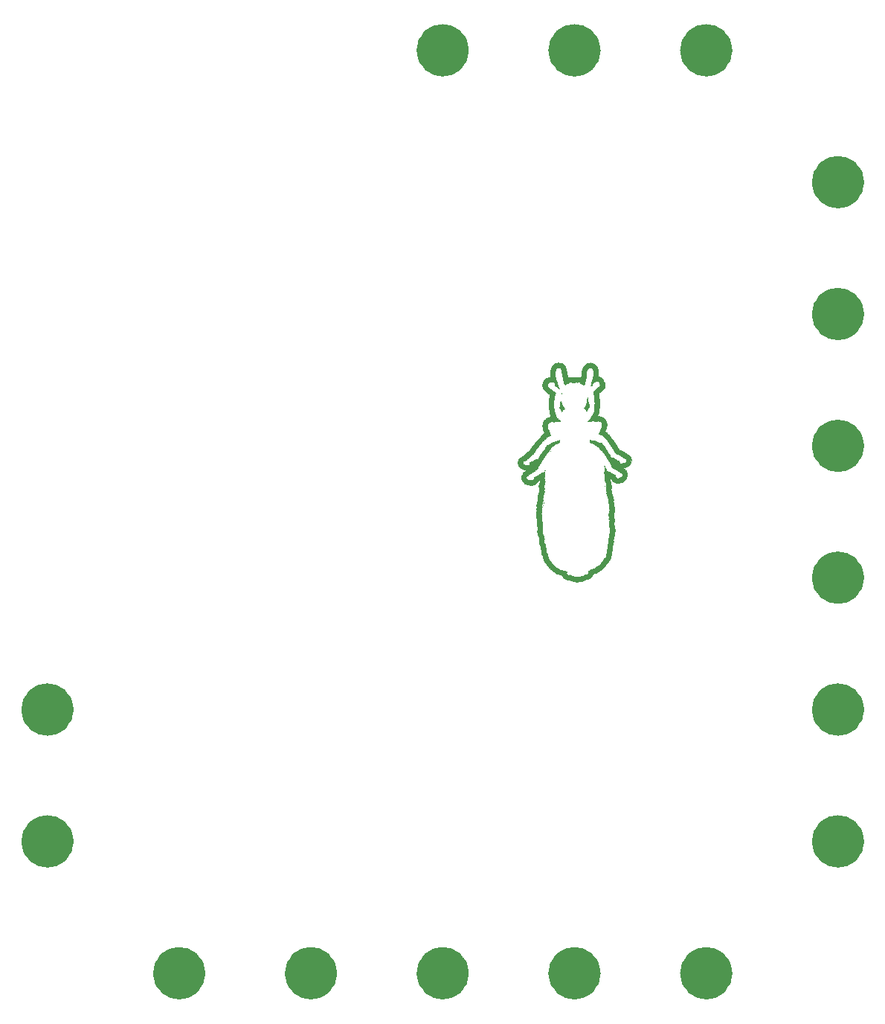
<source format=gbr>
G04 #@! TF.GenerationSoftware,KiCad,Pcbnew,(5.1.2-1)-1*
G04 #@! TF.CreationDate,2021-12-03T00:14:48-05:00*
G04 #@! TF.ProjectId,Wasp_Hive,57617370-5f48-4697-9665-2e6b69636164,rev?*
G04 #@! TF.SameCoordinates,Original*
G04 #@! TF.FileFunction,Other,ECO1*
%FSLAX46Y46*%
G04 Gerber Fmt 4.6, Leading zero omitted, Abs format (unit mm)*
G04 Created by KiCad (PCBNEW (5.1.2-1)-1) date 2021-12-03 00:14:48*
%MOMM*%
%LPD*%
G04 APERTURE LIST*
%ADD10C,3.000000*%
%ADD11C,0.010000*%
G04 APERTURE END LIST*
D10*
X51500000Y-195000000D02*
G75*
G03X51500000Y-195000000I-1500000J0D01*
G01*
X51500000Y-210000000D02*
G75*
G03X51500000Y-210000000I-1500000J0D01*
G01*
X66500000Y-225000000D02*
G75*
G03X66500000Y-225000000I-1500000J0D01*
G01*
X81500000Y-225000000D02*
G75*
G03X81500000Y-225000000I-1500000J0D01*
G01*
X96500000Y-225000000D02*
G75*
G03X96500000Y-225000000I-1500000J0D01*
G01*
X111500000Y-225000000D02*
G75*
G03X111500000Y-225000000I-1500000J0D01*
G01*
X126500000Y-225000000D02*
G75*
G03X126500000Y-225000000I-1500000J0D01*
G01*
X141500000Y-210000000D02*
G75*
G03X141500000Y-210000000I-1500000J0D01*
G01*
X141500000Y-195000000D02*
G75*
G03X141500000Y-195000000I-1500000J0D01*
G01*
X141500000Y-180000000D02*
G75*
G03X141500000Y-180000000I-1500000J0D01*
G01*
X141500000Y-165000000D02*
G75*
G03X141500000Y-165000000I-1500000J0D01*
G01*
X141500000Y-150000000D02*
G75*
G03X141500000Y-150000000I-1500000J0D01*
G01*
X141500000Y-135000000D02*
G75*
G03X141500000Y-135000000I-1500000J0D01*
G01*
X126500000Y-120000000D02*
G75*
G03X126500000Y-120000000I-1500000J0D01*
G01*
X111500000Y-120000000D02*
G75*
G03X111500000Y-120000000I-1500000J0D01*
G01*
X96500000Y-120000000D02*
G75*
G03X96500000Y-120000000I-1500000J0D01*
G01*
D11*
G36*
X108535658Y-159024128D02*
G01*
X108526619Y-159033167D01*
X108517580Y-159024128D01*
X108526619Y-159015089D01*
X108535658Y-159024128D01*
X108535658Y-159024128D01*
G37*
X108535658Y-159024128D02*
X108526619Y-159033167D01*
X108517580Y-159024128D01*
X108526619Y-159015089D01*
X108535658Y-159024128D01*
G36*
X111460183Y-159542416D02*
G01*
X111465859Y-159575516D01*
X111487578Y-159711007D01*
X111506447Y-159819987D01*
X111524385Y-159911782D01*
X111543317Y-159995722D01*
X111565162Y-160081133D01*
X111584547Y-160151524D01*
X111615604Y-160294446D01*
X111626854Y-160440582D01*
X111627046Y-160465120D01*
X111627046Y-160627548D01*
X111554363Y-160710120D01*
X111501908Y-160775998D01*
X111449518Y-160851522D01*
X111426707Y-160888776D01*
X111395444Y-160940992D01*
X111369937Y-160979272D01*
X111357679Y-160993545D01*
X111341273Y-160984786D01*
X111316420Y-160952531D01*
X111305404Y-160934225D01*
X111271406Y-160881883D01*
X111235433Y-160838051D01*
X111228183Y-160831010D01*
X111192664Y-160794814D01*
X111149984Y-160745916D01*
X111135059Y-160727550D01*
X111080935Y-160659299D01*
X111153596Y-160580472D01*
X111198832Y-160527475D01*
X111237021Y-160475973D01*
X111252988Y-160449861D01*
X111274717Y-160398373D01*
X111300871Y-160322708D01*
X111328161Y-160234013D01*
X111353300Y-160143433D01*
X111373001Y-160062117D01*
X111382903Y-160009395D01*
X111393861Y-159945217D01*
X111406698Y-159886240D01*
X111410010Y-159873808D01*
X111418577Y-159831129D01*
X111428008Y-159764410D01*
X111436680Y-159685681D01*
X111439290Y-159656868D01*
X111445942Y-159582218D01*
X111450941Y-159540405D01*
X111455338Y-159528211D01*
X111460183Y-159542416D01*
X111460183Y-159542416D01*
G37*
X111460183Y-159542416D02*
X111465859Y-159575516D01*
X111487578Y-159711007D01*
X111506447Y-159819987D01*
X111524385Y-159911782D01*
X111543317Y-159995722D01*
X111565162Y-160081133D01*
X111584547Y-160151524D01*
X111615604Y-160294446D01*
X111626854Y-160440582D01*
X111627046Y-160465120D01*
X111627046Y-160627548D01*
X111554363Y-160710120D01*
X111501908Y-160775998D01*
X111449518Y-160851522D01*
X111426707Y-160888776D01*
X111395444Y-160940992D01*
X111369937Y-160979272D01*
X111357679Y-160993545D01*
X111341273Y-160984786D01*
X111316420Y-160952531D01*
X111305404Y-160934225D01*
X111271406Y-160881883D01*
X111235433Y-160838051D01*
X111228183Y-160831010D01*
X111192664Y-160794814D01*
X111149984Y-160745916D01*
X111135059Y-160727550D01*
X111080935Y-160659299D01*
X111153596Y-160580472D01*
X111198832Y-160527475D01*
X111237021Y-160475973D01*
X111252988Y-160449861D01*
X111274717Y-160398373D01*
X111300871Y-160322708D01*
X111328161Y-160234013D01*
X111353300Y-160143433D01*
X111373001Y-160062117D01*
X111382903Y-160009395D01*
X111393861Y-159945217D01*
X111406698Y-159886240D01*
X111410010Y-159873808D01*
X111418577Y-159831129D01*
X111428008Y-159764410D01*
X111436680Y-159685681D01*
X111439290Y-159656868D01*
X111445942Y-159582218D01*
X111450941Y-159540405D01*
X111455338Y-159528211D01*
X111460183Y-159542416D01*
G36*
X108405522Y-159919004D02*
G01*
X108422852Y-159952717D01*
X108447966Y-159989235D01*
X108472812Y-160036555D01*
X108481423Y-160078439D01*
X108489161Y-160123689D01*
X108508485Y-160180558D01*
X108516208Y-160198029D01*
X108545722Y-160261187D01*
X108574422Y-160323789D01*
X108579389Y-160334804D01*
X108609846Y-160394034D01*
X108653313Y-160468070D01*
X108702903Y-160546198D01*
X108751730Y-160617702D01*
X108792904Y-160671868D01*
X108804507Y-160685037D01*
X108847376Y-160730488D01*
X108795467Y-160776132D01*
X108756455Y-160806035D01*
X108726279Y-160821703D01*
X108722348Y-160822347D01*
X108681265Y-160838587D01*
X108637245Y-160878305D01*
X108599569Y-160930948D01*
X108577517Y-160985964D01*
X108577230Y-160987360D01*
X108562776Y-161059703D01*
X108527062Y-160991026D01*
X108455082Y-160864134D01*
X108382777Y-160761895D01*
X108329279Y-160700526D01*
X108288809Y-160655401D01*
X108270652Y-160625930D01*
X108270774Y-160603003D01*
X108278976Y-160586924D01*
X108295771Y-160545933D01*
X108314711Y-160476969D01*
X108334234Y-160388023D01*
X108352777Y-160287087D01*
X108368778Y-160182154D01*
X108380673Y-160081216D01*
X108383069Y-160054591D01*
X108389787Y-159986868D01*
X108396736Y-159939018D01*
X108402866Y-159917383D01*
X108405522Y-159919004D01*
X108405522Y-159919004D01*
G37*
X108405522Y-159919004D02*
X108422852Y-159952717D01*
X108447966Y-159989235D01*
X108472812Y-160036555D01*
X108481423Y-160078439D01*
X108489161Y-160123689D01*
X108508485Y-160180558D01*
X108516208Y-160198029D01*
X108545722Y-160261187D01*
X108574422Y-160323789D01*
X108579389Y-160334804D01*
X108609846Y-160394034D01*
X108653313Y-160468070D01*
X108702903Y-160546198D01*
X108751730Y-160617702D01*
X108792904Y-160671868D01*
X108804507Y-160685037D01*
X108847376Y-160730488D01*
X108795467Y-160776132D01*
X108756455Y-160806035D01*
X108726279Y-160821703D01*
X108722348Y-160822347D01*
X108681265Y-160838587D01*
X108637245Y-160878305D01*
X108599569Y-160930948D01*
X108577517Y-160985964D01*
X108577230Y-160987360D01*
X108562776Y-161059703D01*
X108527062Y-160991026D01*
X108455082Y-160864134D01*
X108382777Y-160761895D01*
X108329279Y-160700526D01*
X108288809Y-160655401D01*
X108270652Y-160625930D01*
X108270774Y-160603003D01*
X108278976Y-160586924D01*
X108295771Y-160545933D01*
X108314711Y-160476969D01*
X108334234Y-160388023D01*
X108352777Y-160287087D01*
X108368778Y-160182154D01*
X108380673Y-160081216D01*
X108383069Y-160054591D01*
X108389787Y-159986868D01*
X108396736Y-159939018D01*
X108402866Y-159917383D01*
X108405522Y-159919004D01*
G36*
X107288256Y-165550392D02*
G01*
X107279217Y-165559431D01*
X107270178Y-165550392D01*
X107279217Y-165541352D01*
X107288256Y-165550392D01*
X107288256Y-165550392D01*
G37*
X107288256Y-165550392D02*
X107279217Y-165559431D01*
X107270178Y-165550392D01*
X107279217Y-165541352D01*
X107288256Y-165550392D01*
G36*
X106619359Y-167774021D02*
G01*
X106610320Y-167783061D01*
X106601281Y-167774021D01*
X106610320Y-167764982D01*
X106619359Y-167774021D01*
X106619359Y-167774021D01*
G37*
X106619359Y-167774021D02*
X106610320Y-167783061D01*
X106601281Y-167774021D01*
X106610320Y-167764982D01*
X106619359Y-167774021D01*
G36*
X113428661Y-169565809D02*
G01*
X113425836Y-169572812D01*
X113409591Y-169590058D01*
X113406691Y-169590890D01*
X113398926Y-169576903D01*
X113398719Y-169572812D01*
X113412617Y-169555428D01*
X113417864Y-169554733D01*
X113428661Y-169565809D01*
X113428661Y-169565809D01*
G37*
X113428661Y-169565809D02*
X113425836Y-169572812D01*
X113409591Y-169590058D01*
X113406691Y-169590890D01*
X113398926Y-169576903D01*
X113398719Y-169572812D01*
X113412617Y-169555428D01*
X113417864Y-169554733D01*
X113428661Y-169565809D01*
G36*
X106505218Y-171446553D02*
G01*
X106501851Y-171452954D01*
X106484817Y-171470219D01*
X106481638Y-171471032D01*
X106480405Y-171459355D01*
X106483772Y-171452954D01*
X106500806Y-171435689D01*
X106503984Y-171434876D01*
X106505218Y-171446553D01*
X106505218Y-171446553D01*
G37*
X106505218Y-171446553D02*
X106501851Y-171452954D01*
X106484817Y-171470219D01*
X106481638Y-171471032D01*
X106480405Y-171459355D01*
X106483772Y-171452954D01*
X106500806Y-171435689D01*
X106503984Y-171434876D01*
X106505218Y-171446553D01*
G36*
X106420498Y-171787402D02*
G01*
X106411459Y-171796441D01*
X106402420Y-171787402D01*
X106411459Y-171778363D01*
X106420498Y-171787402D01*
X106420498Y-171787402D01*
G37*
X106420498Y-171787402D02*
X106411459Y-171796441D01*
X106402420Y-171787402D01*
X106411459Y-171778363D01*
X106420498Y-171787402D01*
G36*
X108272206Y-155553616D02*
G01*
X108399142Y-155577440D01*
X108440000Y-155587527D01*
X108577392Y-155632332D01*
X108689237Y-155692314D01*
X108785084Y-155773945D01*
X108872250Y-155880565D01*
X108904136Y-155927465D01*
X108930036Y-155972581D01*
X108952734Y-156023076D01*
X108975013Y-156086109D01*
X108999655Y-156168841D01*
X109029446Y-156278432D01*
X109034908Y-156299060D01*
X109060745Y-156400190D01*
X109082209Y-156490674D01*
X109097913Y-156564119D01*
X109106471Y-156614131D01*
X109107278Y-156632821D01*
X109108337Y-156662930D01*
X109117314Y-156718739D01*
X109132565Y-156791078D01*
X109144506Y-156840429D01*
X109162797Y-156920795D01*
X109175386Y-156992778D01*
X109180670Y-157046170D01*
X109179726Y-157064750D01*
X109178206Y-157104440D01*
X109184019Y-157154629D01*
X109194596Y-157202643D01*
X109207367Y-157235810D01*
X109215952Y-157243417D01*
X109236754Y-157239199D01*
X109283756Y-157227960D01*
X109348179Y-157211823D01*
X109373287Y-157205392D01*
X109520925Y-157167368D01*
X109697995Y-157208843D01*
X109781431Y-157227643D01*
X109840944Y-157238025D01*
X109887622Y-157240593D01*
X109932556Y-157235951D01*
X109986835Y-157224705D01*
X109987247Y-157224611D01*
X110067242Y-157210868D01*
X110151756Y-157203278D01*
X110197938Y-157202810D01*
X110269058Y-157201589D01*
X110337652Y-157194052D01*
X110364138Y-157188489D01*
X110407657Y-157180991D01*
X110457723Y-157182641D01*
X110524567Y-157194391D01*
X110587154Y-157209218D01*
X110657080Y-157225768D01*
X110712498Y-157237026D01*
X110745045Y-157241377D01*
X110749984Y-157240668D01*
X110753398Y-157221030D01*
X110757638Y-157173030D01*
X110762299Y-157104444D01*
X110766979Y-157023045D01*
X110771272Y-156936607D01*
X110774775Y-156852906D01*
X110777084Y-156779715D01*
X110777795Y-156724810D01*
X110777554Y-156710107D01*
X110781444Y-156662251D01*
X110793505Y-156592271D01*
X110811167Y-156510810D01*
X110831857Y-156428508D01*
X110853004Y-156356006D01*
X110872038Y-156303945D01*
X110878975Y-156290423D01*
X110898183Y-156250232D01*
X110903915Y-156224689D01*
X110909174Y-156205560D01*
X110926233Y-156171481D01*
X110957015Y-156119280D01*
X111003441Y-156045787D01*
X111067434Y-155947831D01*
X111117893Y-155871743D01*
X111205030Y-155764232D01*
X111308817Y-155681864D01*
X111435452Y-155620476D01*
X111540627Y-155587856D01*
X111642611Y-155563424D01*
X111723037Y-155550217D01*
X111794717Y-155548225D01*
X111870461Y-155557439D01*
X111963080Y-155577850D01*
X112001423Y-155587527D01*
X112113502Y-155621277D01*
X112200171Y-155659646D01*
X112257789Y-155696256D01*
X112328771Y-155759422D01*
X112405869Y-155846476D01*
X112481572Y-155947816D01*
X112548365Y-156053842D01*
X112572304Y-156098149D01*
X112607669Y-156182105D01*
X112642336Y-156289739D01*
X112673219Y-156408654D01*
X112697230Y-156526450D01*
X112711284Y-156630729D01*
X112713395Y-156664911D01*
X112712363Y-156739110D01*
X112705987Y-156827369D01*
X112695672Y-156917852D01*
X112682828Y-156998720D01*
X112668861Y-157058137D01*
X112665474Y-157067954D01*
X112667190Y-157089177D01*
X112695451Y-157105871D01*
X112728311Y-157115765D01*
X112795693Y-157133315D01*
X112862868Y-157150874D01*
X112869929Y-157152724D01*
X112960845Y-157192561D01*
X113054409Y-157262020D01*
X113146021Y-157355300D01*
X113231085Y-157466599D01*
X113305002Y-157590116D01*
X113363176Y-157720050D01*
X113392017Y-157811515D01*
X113416997Y-157918239D01*
X113429704Y-158004935D01*
X113430111Y-158084801D01*
X113418194Y-158171033D01*
X113393925Y-158276828D01*
X113391076Y-158287985D01*
X113344415Y-158428960D01*
X113280882Y-158544067D01*
X113194387Y-158641950D01*
X113078841Y-158731254D01*
X113078758Y-158731309D01*
X112978694Y-158802858D01*
X112866826Y-158891109D01*
X112755704Y-158986045D01*
X112725477Y-159013334D01*
X112721334Y-159037075D01*
X112728440Y-159079641D01*
X112730830Y-159088131D01*
X112746048Y-159153610D01*
X112760972Y-159242497D01*
X112774016Y-159342068D01*
X112783594Y-159439599D01*
X112788121Y-159522364D01*
X112788165Y-159548399D01*
X112791199Y-159615462D01*
X112801088Y-159697496D01*
X112812683Y-159761825D01*
X112824746Y-159825051D01*
X112831214Y-159874038D01*
X112830741Y-159898489D01*
X112830587Y-159898766D01*
X112830259Y-159922417D01*
X112838154Y-159969632D01*
X112849498Y-160018002D01*
X112863439Y-160078076D01*
X112867802Y-160125760D01*
X112862372Y-160176577D01*
X112846929Y-160246049D01*
X112846264Y-160248769D01*
X112823162Y-160410628D01*
X112824930Y-160491387D01*
X112825459Y-160597049D01*
X112811715Y-160693942D01*
X112809681Y-160702031D01*
X112797101Y-160769373D01*
X112793190Y-160834073D01*
X112795106Y-160858921D01*
X112794921Y-160914963D01*
X112782795Y-160996523D01*
X112760763Y-161095771D01*
X112730862Y-161204881D01*
X112695127Y-161316023D01*
X112655595Y-161421369D01*
X112638146Y-161462461D01*
X112607836Y-161531446D01*
X112583972Y-161586731D01*
X112569728Y-161620910D01*
X112567117Y-161628228D01*
X112582413Y-161627477D01*
X112620123Y-161618834D01*
X112629246Y-161616372D01*
X112678426Y-161613220D01*
X112752848Y-161620963D01*
X112844029Y-161637462D01*
X112943487Y-161660579D01*
X113042739Y-161688175D01*
X113133302Y-161718111D01*
X113206692Y-161748247D01*
X113249822Y-161772853D01*
X113374665Y-161875098D01*
X113469509Y-161977447D01*
X113539739Y-162087430D01*
X113590742Y-162212580D01*
X113608494Y-162274449D01*
X113639381Y-162403364D01*
X113657901Y-162509324D01*
X113664194Y-162603294D01*
X113658400Y-162696245D01*
X113640657Y-162799145D01*
X113616463Y-162901922D01*
X113582131Y-163026508D01*
X113548856Y-163121903D01*
X113514124Y-163194896D01*
X113498394Y-163220662D01*
X113437360Y-163313424D01*
X113534783Y-163380521D01*
X113599191Y-163431397D01*
X113668348Y-163495962D01*
X113718227Y-163549895D01*
X113770370Y-163610054D01*
X113836482Y-163683751D01*
X113905362Y-163758568D01*
X113932820Y-163787758D01*
X113998359Y-163859500D01*
X114072383Y-163944778D01*
X114149220Y-164036608D01*
X114223192Y-164128004D01*
X114288626Y-164211983D01*
X114339846Y-164281557D01*
X114366118Y-164321068D01*
X114509137Y-164540567D01*
X114641601Y-164723573D01*
X114688787Y-164788706D01*
X114726305Y-164845316D01*
X114749454Y-164886018D01*
X114754591Y-164901031D01*
X114764156Y-164927166D01*
X114789891Y-164975100D01*
X114827354Y-165036926D01*
X114854021Y-165078016D01*
X114896460Y-165144497D01*
X114929871Y-165201979D01*
X114949807Y-165242524D01*
X114953452Y-165255524D01*
X114969382Y-165298952D01*
X115013256Y-165350252D01*
X115079197Y-165404509D01*
X115161327Y-165456806D01*
X115242705Y-165497470D01*
X115420180Y-165581634D01*
X115580683Y-165672710D01*
X115741535Y-165780722D01*
X115778048Y-165807280D01*
X115849076Y-165856733D01*
X115916780Y-165898957D01*
X115971572Y-165928201D01*
X115994889Y-165937302D01*
X116069364Y-165970191D01*
X116151678Y-166026310D01*
X116231735Y-166097491D01*
X116299441Y-166175568D01*
X116312746Y-166194448D01*
X116360511Y-166281279D01*
X116399315Y-166388661D01*
X116418578Y-166461386D01*
X116459262Y-166631171D01*
X116416341Y-166812985D01*
X116391830Y-166907858D01*
X116367249Y-166978914D01*
X116337570Y-167038150D01*
X116297766Y-167097564D01*
X116296198Y-167099699D01*
X116190717Y-167217768D01*
X116067763Y-167312344D01*
X115934766Y-167378139D01*
X115881132Y-167395028D01*
X115811737Y-167414678D01*
X115750597Y-167434402D01*
X115712740Y-167449160D01*
X115668691Y-167465961D01*
X115607111Y-167484436D01*
X115572675Y-167493175D01*
X115519956Y-167509850D01*
X115492090Y-167527120D01*
X115492030Y-167541095D01*
X115522728Y-167547883D01*
X115531035Y-167548043D01*
X115570130Y-167560585D01*
X115625526Y-167594127D01*
X115689617Y-167642541D01*
X115754799Y-167699701D01*
X115813468Y-167759480D01*
X115851379Y-167806148D01*
X115890735Y-167867977D01*
X115921218Y-167934562D01*
X115947616Y-168017708D01*
X115964665Y-168085430D01*
X116007304Y-168266054D01*
X115966621Y-168435838D01*
X115922381Y-168579780D01*
X115861467Y-168700587D01*
X115777006Y-168809928D01*
X115702988Y-168883343D01*
X115537410Y-169014202D01*
X115362068Y-169111881D01*
X115172168Y-169179011D01*
X115157882Y-169182717D01*
X115055535Y-169207375D01*
X114976163Y-169221720D01*
X114908111Y-169225829D01*
X114839724Y-169219782D01*
X114759346Y-169203654D01*
X114687545Y-169185854D01*
X114579210Y-169153520D01*
X114495020Y-169116973D01*
X114427381Y-169074337D01*
X114371099Y-169026504D01*
X114312454Y-168966044D01*
X114257574Y-168900673D01*
X114212586Y-168838105D01*
X114183618Y-168786055D01*
X114176085Y-168757951D01*
X114162052Y-168727989D01*
X114126710Y-168692106D01*
X114108684Y-168678635D01*
X114041283Y-168632835D01*
X114018146Y-168734709D01*
X114005914Y-168801941D01*
X114006696Y-168843125D01*
X114014993Y-168860662D01*
X114029805Y-168891236D01*
X114048764Y-168947844D01*
X114069467Y-169020961D01*
X114089510Y-169101060D01*
X114106491Y-169178618D01*
X114118005Y-169244110D01*
X114121703Y-169283559D01*
X114126908Y-169339714D01*
X114139397Y-169408429D01*
X114146502Y-169437784D01*
X114157816Y-169505392D01*
X114163935Y-169595173D01*
X114164928Y-169694523D01*
X114160862Y-169790838D01*
X114151805Y-169871516D01*
X114143977Y-169907260D01*
X114138350Y-169961139D01*
X114148293Y-170037068D01*
X114159956Y-170088043D01*
X114176257Y-170165986D01*
X114187146Y-170243724D01*
X114190167Y-170298527D01*
X114201326Y-170389503D01*
X114224708Y-170452193D01*
X114250306Y-170511887D01*
X114274572Y-170585063D01*
X114284145Y-170621352D01*
X114299990Y-170680265D01*
X114316029Y-170725970D01*
X114324838Y-170742833D01*
X114336750Y-170769190D01*
X114354270Y-170821688D01*
X114374518Y-170891318D01*
X114385516Y-170932655D01*
X114405871Y-171016196D01*
X114416600Y-171076282D01*
X114418675Y-171124026D01*
X114413064Y-171170543D01*
X114408318Y-171193909D01*
X114398262Y-171256122D01*
X114399277Y-171313542D01*
X114412133Y-171383071D01*
X114418037Y-171407324D01*
X114431959Y-171469599D01*
X114439568Y-171517858D01*
X114439228Y-171541714D01*
X114439196Y-171541767D01*
X114437911Y-171567313D01*
X114446539Y-171610832D01*
X114448475Y-171617604D01*
X114466929Y-171698097D01*
X114483959Y-171807751D01*
X114498816Y-171939577D01*
X114510752Y-172086587D01*
X114519021Y-172241791D01*
X114520816Y-172293594D01*
X114519534Y-172390678D01*
X114508858Y-172492826D01*
X114487352Y-172611208D01*
X114469904Y-172689352D01*
X114450052Y-172775584D01*
X114438040Y-172836839D01*
X114433405Y-172883329D01*
X114435688Y-172925265D01*
X114444424Y-172972862D01*
X114455006Y-173018724D01*
X114468695Y-173084863D01*
X114476134Y-173137745D01*
X114475967Y-173167268D01*
X114475204Y-173169054D01*
X114474253Y-173193888D01*
X114481558Y-173243913D01*
X114495604Y-173309506D01*
X114500206Y-173328047D01*
X114517737Y-173399252D01*
X114526262Y-173449525D01*
X114525826Y-173492940D01*
X114516474Y-173543571D01*
X114501100Y-173604522D01*
X114476821Y-173713194D01*
X114467139Y-173803775D01*
X114471288Y-173890903D01*
X114482451Y-173959938D01*
X114494193Y-174020163D01*
X114509741Y-174100389D01*
X114526093Y-174185109D01*
X114529123Y-174200854D01*
X114546790Y-174289961D01*
X114566002Y-174382629D01*
X114582931Y-174460436D01*
X114584670Y-174468083D01*
X114598405Y-174537549D01*
X114601220Y-174591094D01*
X114592933Y-174647321D01*
X114582529Y-174690194D01*
X114569263Y-174749760D01*
X114563050Y-174795511D01*
X114564557Y-174815173D01*
X114566078Y-174840154D01*
X114560029Y-174889129D01*
X114548977Y-174945589D01*
X114506346Y-175148159D01*
X114469836Y-175348544D01*
X114465342Y-175375943D01*
X114452611Y-175448062D01*
X114435831Y-175534460D01*
X114421742Y-175601922D01*
X114406601Y-175688147D01*
X114404757Y-175752689D01*
X114412141Y-175795371D01*
X114418032Y-175827905D01*
X114418063Y-175866615D01*
X114411263Y-175918154D01*
X114396661Y-175989174D01*
X114373283Y-176086325D01*
X114364612Y-176120780D01*
X114332984Y-176249653D01*
X114311107Y-176350146D01*
X114298198Y-176428469D01*
X114293474Y-176490831D01*
X114296153Y-176543440D01*
X114305268Y-176591763D01*
X114311004Y-176628593D01*
X114309739Y-176672615D01*
X114300423Y-176731374D01*
X114282006Y-176812413D01*
X114265536Y-176877232D01*
X114244629Y-176962941D01*
X114229007Y-177037506D01*
X114220124Y-177093159D01*
X114219433Y-177122131D01*
X114219634Y-177122724D01*
X114220093Y-177152301D01*
X114212274Y-177206692D01*
X114198388Y-177276109D01*
X114180647Y-177350764D01*
X114161266Y-177420870D01*
X114142456Y-177476640D01*
X114136351Y-177491103D01*
X114122044Y-177529235D01*
X114118889Y-177550438D01*
X114116127Y-177573022D01*
X114105970Y-177622221D01*
X114090224Y-177689685D01*
X114078979Y-177734936D01*
X114026943Y-177889270D01*
X113956762Y-178015840D01*
X113869780Y-178112301D01*
X113857013Y-178122739D01*
X113821916Y-178156197D01*
X113781671Y-178202748D01*
X113743882Y-178252431D01*
X113716152Y-178295281D01*
X113706050Y-178320559D01*
X113694949Y-178343579D01*
X113664188Y-178389048D01*
X113617574Y-178451913D01*
X113558917Y-178527119D01*
X113492027Y-178609614D01*
X113452355Y-178657153D01*
X113391643Y-178729838D01*
X113324063Y-178811795D01*
X113270324Y-178877783D01*
X113217651Y-178935666D01*
X113153561Y-178995277D01*
X113085507Y-179050865D01*
X113020940Y-179096681D01*
X112967311Y-179126975D01*
X112935420Y-179136228D01*
X112919569Y-179139862D01*
X112894927Y-179152639D01*
X112857424Y-179177373D01*
X112802992Y-179216877D01*
X112727561Y-179273963D01*
X112651704Y-179332371D01*
X112593275Y-179373748D01*
X112535305Y-179404467D01*
X112465684Y-179429862D01*
X112373267Y-179455028D01*
X112264952Y-179483430D01*
X112186567Y-179508579D01*
X112132509Y-179533904D01*
X112097174Y-179562832D01*
X112074958Y-179598792D01*
X112060258Y-179645210D01*
X112059896Y-179646709D01*
X112026281Y-179733323D01*
X111968584Y-179827346D01*
X111894303Y-179918580D01*
X111810936Y-179996826D01*
X111791494Y-180011746D01*
X111726272Y-180053191D01*
X111651453Y-180086401D01*
X111555478Y-180116233D01*
X111522291Y-180124882D01*
X111431459Y-180151380D01*
X111339583Y-180184072D01*
X111261881Y-180217354D01*
X111238363Y-180229473D01*
X111170841Y-180260142D01*
X111075499Y-180294089D01*
X110960268Y-180329186D01*
X110833078Y-180363302D01*
X110701861Y-180394308D01*
X110574546Y-180420075D01*
X110460996Y-180438218D01*
X110384698Y-180448327D01*
X110315659Y-180457524D01*
X110267116Y-180464045D01*
X110262135Y-180464722D01*
X110212134Y-180464504D01*
X110147649Y-180455479D01*
X110117509Y-180448694D01*
X110059553Y-180434217D01*
X109979527Y-180414930D01*
X109890627Y-180393993D01*
X109846334Y-180383747D01*
X109754887Y-180361995D01*
X109683227Y-180342354D01*
X109618028Y-180320359D01*
X109545965Y-180291542D01*
X109460362Y-180254377D01*
X109406608Y-180235640D01*
X109361867Y-180228530D01*
X109348908Y-180230051D01*
X109318059Y-180230207D01*
X109261661Y-180222180D01*
X109188994Y-180207492D01*
X109140336Y-180195835D01*
X109023936Y-180161525D01*
X108932319Y-180122803D01*
X108864262Y-180082116D01*
X108798936Y-180028903D01*
X108732611Y-179961157D01*
X108672338Y-179887627D01*
X108625163Y-179817064D01*
X108598135Y-179758217D01*
X108595819Y-179748883D01*
X108590082Y-179728927D01*
X108578238Y-179713246D01*
X108554603Y-179699450D01*
X108513495Y-179685154D01*
X108449231Y-179667970D01*
X108356129Y-179645511D01*
X108341490Y-179642051D01*
X108162972Y-179593413D01*
X108013497Y-179537811D01*
X107886182Y-179472341D01*
X107798305Y-179412916D01*
X107737467Y-179371371D01*
X107671916Y-179332769D01*
X107658974Y-179326050D01*
X107611450Y-179295621D01*
X107551104Y-179247851D01*
X107489540Y-179192059D01*
X107478192Y-179180848D01*
X107414092Y-179119792D01*
X107345793Y-179059949D01*
X107286936Y-179013213D01*
X107281231Y-179009105D01*
X107233558Y-178968342D01*
X107173529Y-178906952D01*
X107109534Y-178833918D01*
X107062274Y-178774662D01*
X106992803Y-178686098D01*
X106913082Y-178588785D01*
X106835335Y-178497488D01*
X106796284Y-178453461D01*
X106736993Y-178385335D01*
X106683792Y-178319365D01*
X106643595Y-178264390D01*
X106626558Y-178236521D01*
X106592185Y-178175569D01*
X106553881Y-178116460D01*
X106549938Y-178110963D01*
X106518992Y-178053040D01*
X106487406Y-177966163D01*
X106457280Y-177857429D01*
X106430716Y-177733938D01*
X106419910Y-177671886D01*
X106391106Y-177561205D01*
X106345151Y-177475874D01*
X106307640Y-177408210D01*
X106272516Y-177318803D01*
X106242895Y-177219185D01*
X106221893Y-177120894D01*
X106212626Y-177035462D01*
X106214422Y-176991936D01*
X106215341Y-176935888D01*
X106204961Y-176855050D01*
X106182730Y-176745714D01*
X106168741Y-176686350D01*
X106148436Y-176597281D01*
X106133062Y-176518795D01*
X106123956Y-176458619D01*
X106122456Y-176424480D01*
X106122999Y-176421986D01*
X106118637Y-176383059D01*
X106089297Y-176331025D01*
X106085406Y-176325817D01*
X106044478Y-176252035D01*
X106010197Y-176151791D01*
X105983856Y-176034381D01*
X105966747Y-175909100D01*
X105960162Y-175785244D01*
X105965395Y-175672109D01*
X105982243Y-175583844D01*
X105987766Y-175508298D01*
X105966063Y-175419790D01*
X105919315Y-175326396D01*
X105908157Y-175309317D01*
X105884669Y-175264931D01*
X105858590Y-175200409D01*
X105832427Y-175124294D01*
X105808690Y-175045129D01*
X105789885Y-174971454D01*
X105778520Y-174911812D01*
X105777105Y-174874746D01*
X105778976Y-174869335D01*
X105781154Y-174842641D01*
X105773921Y-174796491D01*
X105769860Y-174780028D01*
X105759811Y-174717361D01*
X105766100Y-174650675D01*
X105774911Y-174612386D01*
X105787700Y-174533072D01*
X105793096Y-174432847D01*
X105791236Y-174326161D01*
X105782261Y-174227467D01*
X105770599Y-174166046D01*
X105762136Y-174114813D01*
X105756264Y-174043147D01*
X105754273Y-173968236D01*
X105751124Y-173799014D01*
X105741004Y-173630269D01*
X105724844Y-173472534D01*
X105703576Y-173336341D01*
X105694642Y-173293705D01*
X105676853Y-173207734D01*
X105669333Y-173145967D01*
X105671307Y-173098177D01*
X105677584Y-173068780D01*
X105685709Y-173023815D01*
X105684060Y-172973428D01*
X105671700Y-172906371D01*
X105660102Y-172858720D01*
X105641542Y-172778113D01*
X105634159Y-172720431D01*
X105637029Y-172674528D01*
X105642784Y-172649766D01*
X105667819Y-172541070D01*
X105682737Y-172432595D01*
X105686536Y-172335435D01*
X105678217Y-172260683D01*
X105677971Y-172259696D01*
X105667979Y-172195290D01*
X105673657Y-172129011D01*
X105683814Y-172084260D01*
X105697921Y-172017618D01*
X105698949Y-171963174D01*
X105686920Y-171899561D01*
X105684001Y-171887948D01*
X105672656Y-171837568D01*
X105668534Y-171794204D01*
X105672214Y-171746422D01*
X105684276Y-171682784D01*
X105697281Y-171625813D01*
X105735528Y-171461382D01*
X105765681Y-171328274D01*
X105788493Y-171222756D01*
X105804718Y-171141095D01*
X105815110Y-171079557D01*
X105820421Y-171034408D01*
X105821521Y-171010036D01*
X105827316Y-170829505D01*
X105842759Y-170665091D01*
X105867025Y-170521353D01*
X105899288Y-170402854D01*
X105938723Y-170314152D01*
X105950941Y-170295271D01*
X105975391Y-170255684D01*
X105983040Y-170220304D01*
X105976451Y-170172197D01*
X105972350Y-170153908D01*
X105962627Y-170090233D01*
X105966284Y-170026595D01*
X105980105Y-169960471D01*
X105993121Y-169902742D01*
X105997915Y-169857039D01*
X105993983Y-169809997D01*
X105980826Y-169748255D01*
X105970621Y-169707653D01*
X105933904Y-169564328D01*
X105979554Y-169383267D01*
X106001526Y-169302379D01*
X106023785Y-169230949D01*
X106043129Y-169178784D01*
X106052351Y-169160268D01*
X106065542Y-169134865D01*
X106069922Y-169106129D01*
X106065251Y-169064083D01*
X106051290Y-168998753D01*
X106048156Y-168985379D01*
X106016813Y-168852428D01*
X105955229Y-168894276D01*
X105908132Y-168937679D01*
X105865477Y-168995132D01*
X105855419Y-169013384D01*
X105811319Y-169082441D01*
X105746119Y-169160454D01*
X105669543Y-169237477D01*
X105591313Y-169303564D01*
X105534662Y-169341540D01*
X105479544Y-169366837D01*
X105402511Y-169394596D01*
X105317088Y-169420119D01*
X105284811Y-169428358D01*
X105189260Y-169448384D01*
X105100968Y-169459007D01*
X105011891Y-169459786D01*
X104913985Y-169450280D01*
X104799206Y-169430048D01*
X104659509Y-169398648D01*
X104634906Y-169392704D01*
X104532211Y-169366759D01*
X104456285Y-169344538D01*
X104398451Y-169322620D01*
X104350036Y-169297585D01*
X104302362Y-169266011D01*
X104289060Y-169256340D01*
X104187719Y-169170461D01*
X104109670Y-169076231D01*
X104049733Y-168965417D01*
X104002728Y-168829788D01*
X103989802Y-168780729D01*
X103941342Y-168585393D01*
X103985622Y-168411010D01*
X104027319Y-168277865D01*
X104081257Y-168170047D01*
X104154431Y-168077109D01*
X104253839Y-167988605D01*
X104283759Y-167965836D01*
X104387976Y-167886683D01*
X104462733Y-167825642D01*
X104509196Y-167781608D01*
X104528532Y-167753479D01*
X104522278Y-167740274D01*
X104495347Y-167732754D01*
X104440590Y-167718816D01*
X104365382Y-167700296D01*
X104277098Y-167679029D01*
X104254996Y-167673770D01*
X104147413Y-167646944D01*
X104066421Y-167623034D01*
X104003005Y-167598680D01*
X103948146Y-167570522D01*
X103904750Y-167543258D01*
X103797455Y-167458874D01*
X103715402Y-167363112D01*
X103653736Y-167248586D01*
X103607605Y-167107910D01*
X103600985Y-167080974D01*
X103557608Y-166897224D01*
X104115516Y-166897224D01*
X104117910Y-166966254D01*
X104128142Y-167019587D01*
X104150783Y-167061035D01*
X104190406Y-167094409D01*
X104251583Y-167123521D01*
X104338888Y-167152182D01*
X104456891Y-167184204D01*
X104461101Y-167185294D01*
X104582362Y-167204284D01*
X104689001Y-167196448D01*
X104777505Y-167163510D01*
X104844359Y-167107191D01*
X104886050Y-167029216D01*
X104897675Y-166971216D01*
X104915363Y-166890346D01*
X104952889Y-166837571D01*
X105014708Y-166808722D01*
X105080344Y-166800248D01*
X105149793Y-166791218D01*
X105199831Y-166768138D01*
X105222555Y-166749515D01*
X105271304Y-166714240D01*
X105322278Y-166691319D01*
X105325778Y-166690421D01*
X105373482Y-166670247D01*
X105426278Y-166635649D01*
X105439396Y-166624818D01*
X105481046Y-166592397D01*
X105514264Y-166573659D01*
X105522229Y-166571815D01*
X105552801Y-166562118D01*
X105586113Y-166542805D01*
X105629003Y-166524775D01*
X105689244Y-166512913D01*
X105716679Y-166510824D01*
X105804214Y-166492162D01*
X105871659Y-166445100D01*
X105914789Y-166373413D01*
X105926875Y-166322975D01*
X105950080Y-166250321D01*
X105997848Y-166190049D01*
X106034249Y-166150219D01*
X106056108Y-166117521D01*
X106058932Y-166107901D01*
X106070089Y-166081156D01*
X106098131Y-166041108D01*
X106111935Y-166024592D01*
X106147936Y-165976628D01*
X106172834Y-165930907D01*
X106176565Y-165920013D01*
X106199327Y-165880795D01*
X106239658Y-165843235D01*
X106245496Y-165839332D01*
X106291897Y-165799687D01*
X106326624Y-165753037D01*
X106328084Y-165750113D01*
X106360291Y-165701083D01*
X106403204Y-165655440D01*
X106404684Y-165654182D01*
X106444310Y-165607260D01*
X106474434Y-165548605D01*
X106477268Y-165540020D01*
X106495150Y-165495692D01*
X106514074Y-165470922D01*
X106519408Y-165469039D01*
X106555464Y-165453270D01*
X106593913Y-165412640D01*
X106627620Y-165357169D01*
X106649451Y-165296877D01*
X106652164Y-165282581D01*
X106666759Y-165225887D01*
X106696365Y-165170400D01*
X106747186Y-165104850D01*
X106754947Y-165095840D01*
X106802393Y-165037832D01*
X106842178Y-164983185D01*
X106866174Y-164943116D01*
X106867063Y-164941121D01*
X106890957Y-164904381D01*
X106928468Y-164891230D01*
X106948416Y-164890423D01*
X107005876Y-164882701D01*
X107053238Y-164865965D01*
X107095036Y-164843427D01*
X107152656Y-164812331D01*
X107188826Y-164792801D01*
X107248831Y-164757216D01*
X107302506Y-164720109D01*
X107324413Y-164702079D01*
X107373483Y-164668063D01*
X107423843Y-164647397D01*
X107472209Y-164630551D01*
X107505196Y-164611202D01*
X107540840Y-164592305D01*
X107591970Y-164577188D01*
X107598290Y-164575975D01*
X107648202Y-164561168D01*
X107683638Y-164540442D01*
X107686376Y-164537529D01*
X107719624Y-164514647D01*
X107737908Y-164510778D01*
X107774914Y-164502624D01*
X107815647Y-164485459D01*
X107862254Y-164466688D01*
X107925358Y-164447827D01*
X107956657Y-164440372D01*
X108021752Y-164423355D01*
X108080559Y-164403000D01*
X108100785Y-164393895D01*
X108152910Y-164373605D01*
X108216320Y-164357282D01*
X108229261Y-164354978D01*
X108276856Y-164348538D01*
X108297101Y-164352331D01*
X108298255Y-164370315D01*
X108294188Y-164386098D01*
X108283724Y-164432232D01*
X108273018Y-164491974D01*
X108270843Y-164506209D01*
X108262206Y-164549783D01*
X108246341Y-164578461D01*
X108214500Y-164601790D01*
X108158099Y-164629240D01*
X108090792Y-164660683D01*
X108026209Y-164691992D01*
X107993310Y-164708637D01*
X107866189Y-164775600D01*
X107767305Y-164829158D01*
X107692407Y-164871773D01*
X107637242Y-164905908D01*
X107597559Y-164934028D01*
X107581399Y-164947292D01*
X107542250Y-164978943D01*
X107514220Y-164997218D01*
X107508708Y-164999004D01*
X107488391Y-165011313D01*
X107450088Y-165043993D01*
X107400142Y-165090669D01*
X107344900Y-165144968D01*
X107290707Y-165200516D01*
X107243909Y-165250941D01*
X107210850Y-165289868D01*
X107197877Y-165310924D01*
X107197865Y-165311220D01*
X107185681Y-165338275D01*
X107155264Y-165375938D01*
X107143226Y-165388074D01*
X107101295Y-165441642D01*
X107069866Y-165504608D01*
X107066974Y-165513484D01*
X107043745Y-165563836D01*
X107001095Y-165631736D01*
X106945077Y-165709073D01*
X106881745Y-165787739D01*
X106817150Y-165859623D01*
X106783900Y-165892742D01*
X106749002Y-165931271D01*
X106729389Y-165963558D01*
X106727829Y-165970897D01*
X106715225Y-165996285D01*
X106682885Y-166034408D01*
X106655293Y-166061072D01*
X106603337Y-166118871D01*
X106567462Y-166180241D01*
X106562127Y-166195045D01*
X106540135Y-166248093D01*
X106512729Y-166289494D01*
X106508115Y-166294112D01*
X106482302Y-166325383D01*
X106474733Y-166345836D01*
X106462408Y-166372762D01*
X106436582Y-166401789D01*
X106409105Y-166434931D01*
X106373444Y-166489008D01*
X106337225Y-166552437D01*
X106336539Y-166553737D01*
X106299105Y-166623305D01*
X106261877Y-166690056D01*
X106234583Y-166736747D01*
X106202379Y-166790537D01*
X106163363Y-166857242D01*
X106140285Y-166897376D01*
X106101528Y-166960714D01*
X106060705Y-167020412D01*
X106038774Y-167048814D01*
X106004299Y-167097129D01*
X105980348Y-167143514D01*
X105978025Y-167150320D01*
X105956787Y-167193242D01*
X105921664Y-167241213D01*
X105914026Y-167249751D01*
X105877842Y-167303062D01*
X105845171Y-167376578D01*
X105832469Y-167416320D01*
X105812171Y-167479447D01*
X105787058Y-167527709D01*
X105748858Y-167573672D01*
X105695606Y-167624221D01*
X105591159Y-167717511D01*
X105511613Y-167786221D01*
X105456065Y-167831100D01*
X105423611Y-167852893D01*
X105416038Y-167855374D01*
X105394776Y-167866943D01*
X105359384Y-167896024D01*
X105344064Y-167910361D01*
X105303943Y-167941096D01*
X105240496Y-167980586D01*
X105163495Y-168023027D01*
X105105588Y-168051945D01*
X104972051Y-168120447D01*
X104869792Y-168184456D01*
X104794709Y-168246924D01*
X104742698Y-168310803D01*
X104740177Y-168314816D01*
X104690687Y-168368149D01*
X104645086Y-168386720D01*
X104570004Y-168417741D01*
X104518620Y-168473355D01*
X104493099Y-168549107D01*
X104495603Y-168640545D01*
X104503968Y-168677112D01*
X104540872Y-168759833D01*
X104601460Y-168821145D01*
X104690099Y-168864913D01*
X104730178Y-168877244D01*
X104819489Y-168896448D01*
X104920269Y-168910135D01*
X105022107Y-168917686D01*
X105114592Y-168918482D01*
X105187312Y-168911904D01*
X105212219Y-168905919D01*
X105263877Y-168879686D01*
X105318975Y-168838427D01*
X105337062Y-168821262D01*
X105375717Y-168775888D01*
X105394316Y-168733224D01*
X105400124Y-168675280D01*
X105400335Y-168664559D01*
X105403397Y-168607707D01*
X105414892Y-168573212D01*
X105441449Y-168547316D01*
X105464058Y-168532272D01*
X105521022Y-168502504D01*
X105578526Y-168481502D01*
X105585217Y-168479883D01*
X105641671Y-168458433D01*
X105693280Y-168425782D01*
X105740830Y-168392916D01*
X105786980Y-168370923D01*
X105787758Y-168370680D01*
X105828105Y-168350344D01*
X105878279Y-168314860D01*
X105900799Y-168295893D01*
X105945616Y-168260501D01*
X105983760Y-168238546D01*
X105997275Y-168235018D01*
X106022522Y-168223112D01*
X106065507Y-168191307D01*
X106118605Y-168145474D01*
X106141752Y-168123776D01*
X106257599Y-168012534D01*
X106373322Y-168010787D01*
X106450024Y-168005863D01*
X106500183Y-167992519D01*
X106525632Y-167975915D01*
X106552385Y-167954141D01*
X106563579Y-167959382D01*
X106568654Y-167984954D01*
X106568143Y-168032424D01*
X106558034Y-168085872D01*
X106552077Y-168170075D01*
X106560399Y-168207900D01*
X106570306Y-168284239D01*
X106560399Y-168334449D01*
X106551167Y-168419491D01*
X106558589Y-168456477D01*
X106566437Y-168517149D01*
X106552849Y-168560427D01*
X106530765Y-168634806D01*
X106541816Y-168713650D01*
X106549939Y-168735514D01*
X106562748Y-168784225D01*
X106571069Y-168849036D01*
X106572537Y-168879417D01*
X106581950Y-168958742D01*
X106607572Y-169009345D01*
X106628546Y-169042019D01*
X106630105Y-169063858D01*
X106621555Y-169088935D01*
X106608633Y-169139655D01*
X106593804Y-169206157D01*
X106590273Y-169223182D01*
X106573612Y-169293773D01*
X106555685Y-169352506D01*
X106539872Y-169388611D01*
X106537180Y-169392262D01*
X106517986Y-169425875D01*
X106497947Y-169478467D01*
X106490985Y-169502086D01*
X106478932Y-169559133D01*
X106481321Y-169600775D01*
X106498947Y-169644737D01*
X106519340Y-169696658D01*
X106528873Y-169742682D01*
X106528968Y-169746156D01*
X106535580Y-169795971D01*
X106546193Y-169832703D01*
X106553021Y-169879740D01*
X106535035Y-169933867D01*
X106533053Y-169937830D01*
X106510032Y-170005241D01*
X106502813Y-170077170D01*
X106511392Y-170140913D01*
X106533118Y-170181293D01*
X106554115Y-170207313D01*
X106548430Y-170229079D01*
X106534223Y-170245890D01*
X106513418Y-170288069D01*
X106499291Y-170356877D01*
X106496093Y-170389360D01*
X106488637Y-170456021D01*
X106474848Y-170499676D01*
X106449687Y-170533451D01*
X106435606Y-170546868D01*
X106388266Y-170611660D01*
X106369806Y-170688443D01*
X106382467Y-170765965D01*
X106389057Y-170780822D01*
X106405628Y-170820278D01*
X106402926Y-170844876D01*
X106386647Y-170864550D01*
X106370160Y-170891540D01*
X106361760Y-170935883D01*
X106360076Y-171005939D01*
X106360440Y-171024395D01*
X106364470Y-171096291D01*
X106371937Y-171159375D01*
X106381186Y-171199858D01*
X106388418Y-171232519D01*
X106377440Y-171262725D01*
X106343540Y-171303031D01*
X106341813Y-171304850D01*
X106311180Y-171340207D01*
X106294075Y-171373304D01*
X106286615Y-171416660D01*
X106284915Y-171482793D01*
X106284911Y-171488246D01*
X106282458Y-171561729D01*
X106273532Y-171609915D01*
X106255786Y-171643427D01*
X106248754Y-171651807D01*
X106221784Y-171703677D01*
X106210697Y-171772510D01*
X106215389Y-171844010D01*
X106235756Y-171903884D01*
X106250757Y-171923988D01*
X106288917Y-171962148D01*
X106244019Y-172052245D01*
X106216802Y-172115300D01*
X106207522Y-172166257D01*
X106212116Y-172217969D01*
X106225100Y-172325254D01*
X106228149Y-172430263D01*
X106221593Y-172523090D01*
X106205764Y-172593828D01*
X106199039Y-172609697D01*
X106171020Y-172692309D01*
X106175821Y-172768628D01*
X106194977Y-172816078D01*
X106216182Y-172883785D01*
X106224321Y-172973457D01*
X106218650Y-173073068D01*
X106213071Y-173109120D01*
X106209932Y-173186610D01*
X106227660Y-173244707D01*
X106241371Y-173291325D01*
X106254758Y-173367238D01*
X106267170Y-173465586D01*
X106277957Y-173579508D01*
X106286467Y-173702145D01*
X106292049Y-173826637D01*
X106294051Y-173944223D01*
X106295863Y-174028294D01*
X106300627Y-174105829D01*
X106307484Y-174164843D01*
X106311186Y-174182776D01*
X106324701Y-174253282D01*
X106333174Y-174338994D01*
X106336484Y-174429443D01*
X106334508Y-174514161D01*
X106327124Y-174582680D01*
X106316293Y-174620795D01*
X106298322Y-174694385D01*
X106302643Y-174740258D01*
X106311292Y-174794729D01*
X106315174Y-174839316D01*
X106315190Y-174842634D01*
X106326850Y-174948476D01*
X106365129Y-175032766D01*
X106382827Y-175055440D01*
X106415769Y-175102876D01*
X106445525Y-175168123D01*
X106473907Y-175256384D01*
X106502727Y-175372863D01*
X106517835Y-175443153D01*
X106531308Y-175515202D01*
X106535509Y-175563258D01*
X106530585Y-175598235D01*
X106520271Y-175623936D01*
X106505501Y-175680394D01*
X106499299Y-175771848D01*
X106499630Y-175841172D01*
X106502421Y-175921859D01*
X106507639Y-175975617D01*
X106517445Y-176011674D01*
X106533999Y-176039256D01*
X106550430Y-176058112D01*
X106583838Y-176102270D01*
X106621281Y-176164200D01*
X106646054Y-176212619D01*
X106672728Y-176274366D01*
X106683803Y-176316842D01*
X106681486Y-176352242D01*
X106675169Y-176373501D01*
X106657295Y-176450744D01*
X106665213Y-176516841D01*
X106682098Y-176556371D01*
X106708052Y-176626361D01*
X106729316Y-176723985D01*
X106744530Y-176840875D01*
X106752331Y-176968663D01*
X106752826Y-176991121D01*
X106754663Y-177068140D01*
X106758957Y-177118427D01*
X106768424Y-177151401D01*
X106785777Y-177176486D01*
X106813729Y-177203104D01*
X106813933Y-177203286D01*
X106850432Y-177244225D01*
X106870874Y-177283316D01*
X106872455Y-177293470D01*
X106878191Y-177328275D01*
X106893352Y-177385619D01*
X106914871Y-177454111D01*
X106918885Y-177465884D01*
X106942695Y-177546754D01*
X106960699Y-177630097D01*
X106969042Y-177698033D01*
X106969069Y-177698721D01*
X106975793Y-177765784D01*
X106993190Y-177812275D01*
X107020781Y-177847452D01*
X107056544Y-177894978D01*
X107079970Y-177943841D01*
X107081246Y-177948454D01*
X107101564Y-177987260D01*
X107141557Y-178036110D01*
X107181957Y-178075002D01*
X107227469Y-178116513D01*
X107259325Y-178149994D01*
X107270169Y-178167018D01*
X107281222Y-178188433D01*
X107309749Y-178226941D01*
X107337972Y-178260739D01*
X107424549Y-178362983D01*
X107487335Y-178444359D01*
X107524617Y-178500692D01*
X107556479Y-178538962D01*
X107605405Y-178582171D01*
X107633087Y-178602320D01*
X107686486Y-178643070D01*
X107750362Y-178698893D01*
X107811113Y-178757885D01*
X107812527Y-178759352D01*
X107873332Y-178816568D01*
X107928514Y-178857562D01*
X107966192Y-178875184D01*
X108010587Y-178894790D01*
X108063954Y-178931089D01*
X108092740Y-178955747D01*
X108142208Y-178997036D01*
X108189231Y-179027748D01*
X108210249Y-179036995D01*
X108259456Y-179059032D01*
X108288492Y-179079170D01*
X108327093Y-179097962D01*
X108386409Y-179110899D01*
X108415040Y-179113652D01*
X108472175Y-179121709D01*
X108551233Y-179139077D01*
X108640094Y-179162884D01*
X108698363Y-179180774D01*
X108783300Y-179207391D01*
X108862497Y-179230457D01*
X108925455Y-179247008D01*
X108954689Y-179253201D01*
X109010748Y-179269076D01*
X109057199Y-179293176D01*
X109059825Y-179295213D01*
X109085336Y-179322082D01*
X109087254Y-179351950D01*
X109077994Y-179380320D01*
X109065947Y-179459092D01*
X109084380Y-179538070D01*
X109128729Y-179608549D01*
X109194433Y-179661828D01*
X109234927Y-179679651D01*
X109290610Y-179691540D01*
X109351684Y-179688385D01*
X109395065Y-179680003D01*
X109451237Y-179669051D01*
X109490262Y-179669583D01*
X109528348Y-179684585D01*
X109575809Y-179713298D01*
X109650904Y-179755056D01*
X109740312Y-179795945D01*
X109833820Y-179832172D01*
X109921215Y-179859941D01*
X109992282Y-179875457D01*
X110017556Y-179877438D01*
X110078987Y-179885088D01*
X110134952Y-179903662D01*
X110138040Y-179905261D01*
X110201846Y-179924376D01*
X110253096Y-179924830D01*
X110300999Y-179918603D01*
X110371393Y-179909476D01*
X110450910Y-179899183D01*
X110470036Y-179896709D01*
X110656335Y-179866428D01*
X110814341Y-179826370D01*
X110951173Y-179774050D01*
X111073952Y-179706981D01*
X111136684Y-179663926D01*
X111179144Y-179638036D01*
X111226076Y-179623831D01*
X111290845Y-179617918D01*
X111320814Y-179617169D01*
X111389852Y-179614392D01*
X111435041Y-179606181D01*
X111468646Y-179588845D01*
X111497409Y-179564041D01*
X111545246Y-179497925D01*
X111577651Y-179413478D01*
X111589089Y-179327147D01*
X111586908Y-179298079D01*
X111586245Y-179255001D01*
X111604747Y-179232443D01*
X111616391Y-179227143D01*
X111657407Y-179202561D01*
X111688603Y-179174459D01*
X111718220Y-179146610D01*
X111737349Y-179136228D01*
X111759085Y-179127684D01*
X111802480Y-179105258D01*
X111858244Y-179073758D01*
X111859618Y-179072954D01*
X111916802Y-179041146D01*
X111963206Y-179018426D01*
X111988842Y-179009680D01*
X111988922Y-179009680D01*
X112019038Y-179002732D01*
X112063455Y-178985838D01*
X112067232Y-178984167D01*
X112121328Y-178966517D01*
X112188465Y-178952931D01*
X112211197Y-178950104D01*
X112298076Y-178926909D01*
X112365805Y-178879043D01*
X112404917Y-178817881D01*
X112435797Y-178784148D01*
X112479177Y-178767844D01*
X112536100Y-178746416D01*
X112584542Y-178714098D01*
X112632895Y-178681426D01*
X112692990Y-178654798D01*
X112703787Y-178651450D01*
X112787462Y-178611149D01*
X112846539Y-178546444D01*
X112867628Y-178500054D01*
X112892850Y-178458721D01*
X112935398Y-178417460D01*
X112946762Y-178409302D01*
X112995101Y-178368125D01*
X113032971Y-178320743D01*
X113037599Y-178312419D01*
X113067299Y-178268342D01*
X113112391Y-178216818D01*
X113139697Y-178190320D01*
X113184221Y-178143270D01*
X113216783Y-178096383D01*
X113226413Y-178073698D01*
X113247787Y-178025035D01*
X113280932Y-177979217D01*
X113313236Y-177931685D01*
X113339419Y-177871474D01*
X113343246Y-177858553D01*
X113361457Y-177807495D01*
X113386571Y-177781434D01*
X113414586Y-177771803D01*
X113461016Y-177751190D01*
X113509202Y-177714962D01*
X113516807Y-177707438D01*
X113541817Y-177678409D01*
X113557330Y-177648665D01*
X113565955Y-177608314D01*
X113570303Y-177547462D01*
X113571900Y-177498642D01*
X113574952Y-177421326D01*
X113580755Y-177370260D01*
X113591934Y-177335541D01*
X113611111Y-177307263D01*
X113627287Y-177289539D01*
X113659027Y-177249300D01*
X113675848Y-177204167D01*
X113683129Y-177139163D01*
X113683437Y-177133129D01*
X113689135Y-177020174D01*
X113694159Y-176937617D01*
X113699344Y-176879731D01*
X113705524Y-176840789D01*
X113713535Y-176815062D01*
X113724209Y-176796825D01*
X113734162Y-176784951D01*
X113760772Y-176732725D01*
X113765502Y-176671645D01*
X113760730Y-176522798D01*
X113759519Y-176406638D01*
X113762023Y-176319855D01*
X113768396Y-176259142D01*
X113778791Y-176221188D01*
X113787048Y-176207936D01*
X113808803Y-176168999D01*
X113824573Y-176114968D01*
X113826075Y-176105837D01*
X113839304Y-176041655D01*
X113859212Y-175972433D01*
X113863617Y-175959748D01*
X113881839Y-175874977D01*
X113876558Y-175815122D01*
X113866754Y-175685033D01*
X113889728Y-175545302D01*
X113898751Y-175514974D01*
X113915202Y-175439941D01*
X113916297Y-175374053D01*
X113915235Y-175367393D01*
X113914860Y-175306318D01*
X113939338Y-175238827D01*
X113942932Y-175231799D01*
X113968757Y-175168458D01*
X113974659Y-175105649D01*
X113971589Y-175068901D01*
X113968360Y-175006305D01*
X113977983Y-174969784D01*
X113986799Y-174959698D01*
X114012301Y-174919281D01*
X114024957Y-174860377D01*
X114022183Y-174799172D01*
X114015971Y-174777134D01*
X114007816Y-174734947D01*
X114025641Y-174702600D01*
X114028331Y-174699844D01*
X114049859Y-174657578D01*
X114058841Y-174596361D01*
X114055294Y-174531148D01*
X114039232Y-174476891D01*
X114028076Y-174460200D01*
X114007610Y-174422085D01*
X114005817Y-174366851D01*
X114007521Y-174352350D01*
X114004192Y-174261715D01*
X113989408Y-174216930D01*
X113978035Y-174188531D01*
X113968644Y-174154738D01*
X113960487Y-174110026D01*
X113952817Y-174048867D01*
X113944886Y-173965733D01*
X113935947Y-173855098D01*
X113930284Y-173779914D01*
X113925398Y-173701278D01*
X113925510Y-173649758D01*
X113931614Y-173616535D01*
X113944704Y-173592790D01*
X113952385Y-173583674D01*
X113982034Y-173526328D01*
X113987179Y-173456134D01*
X113968664Y-173386028D01*
X113936301Y-173337556D01*
X113905103Y-173302327D01*
X113896403Y-173276514D01*
X113907212Y-173243886D01*
X113915813Y-173226324D01*
X113934588Y-173159026D01*
X113932433Y-173086505D01*
X113910391Y-173024898D01*
X113902071Y-173013304D01*
X113889309Y-172977439D01*
X113883840Y-172908575D01*
X113884602Y-172829615D01*
X113888688Y-172749124D01*
X113895869Y-172695570D01*
X113908203Y-172659751D01*
X113927748Y-172632463D01*
X113928992Y-172631114D01*
X113956404Y-172587668D01*
X113968738Y-172526843D01*
X113970290Y-172495526D01*
X113974291Y-172425244D01*
X113981911Y-172357452D01*
X113985673Y-172335273D01*
X113987298Y-172259344D01*
X113970862Y-172212177D01*
X113952842Y-172156236D01*
X113959999Y-172110567D01*
X113976258Y-172024478D01*
X113961910Y-171941895D01*
X113953156Y-171922495D01*
X113938880Y-171872869D01*
X113936628Y-171814496D01*
X113937016Y-171810794D01*
X113935971Y-171747950D01*
X113923177Y-171682222D01*
X113921068Y-171675702D01*
X113905287Y-171611145D01*
X113896314Y-171539294D01*
X113895733Y-171525267D01*
X113886493Y-171458929D01*
X113865088Y-171385438D01*
X113853047Y-171356316D01*
X113830018Y-171304787D01*
X113822058Y-171274108D01*
X113828402Y-171252623D01*
X113844918Y-171232389D01*
X113870733Y-171180861D01*
X113879136Y-171112785D01*
X113870459Y-171043114D01*
X113845038Y-170986801D01*
X113839280Y-170979855D01*
X113806632Y-170919234D01*
X113792161Y-170842222D01*
X113776350Y-170761267D01*
X113747190Y-170706792D01*
X113747046Y-170706634D01*
X113720037Y-170658630D01*
X113702842Y-170591493D01*
X113701347Y-170579551D01*
X113682466Y-170499991D01*
X113652052Y-170449861D01*
X113626837Y-170417945D01*
X113621608Y-170387675D01*
X113633516Y-170341810D01*
X113633977Y-170340409D01*
X113646956Y-170269405D01*
X113644489Y-170194336D01*
X113627989Y-170129667D01*
X113610528Y-170100198D01*
X113586092Y-170053712D01*
X113574198Y-169993916D01*
X113575934Y-169935550D01*
X113592390Y-169893349D01*
X113595035Y-169890436D01*
X113609739Y-169857198D01*
X113620004Y-169797743D01*
X113625775Y-169721742D01*
X113626998Y-169638868D01*
X113623619Y-169558793D01*
X113615584Y-169491189D01*
X113602837Y-169445728D01*
X113597580Y-169437225D01*
X113580353Y-169397310D01*
X113571740Y-169327595D01*
X113570463Y-169272969D01*
X113569155Y-169202432D01*
X113563092Y-169156540D01*
X113549065Y-169123814D01*
X113523864Y-169092775D01*
X113518502Y-169087116D01*
X113498148Y-169063550D01*
X113483495Y-169037991D01*
X113473958Y-169004810D01*
X113468951Y-168958378D01*
X113467887Y-168893069D01*
X113470182Y-168803253D01*
X113475248Y-168683303D01*
X113475618Y-168675217D01*
X113474013Y-168607898D01*
X113459791Y-168563359D01*
X113446166Y-168544837D01*
X113427915Y-168518737D01*
X113419950Y-168485902D01*
X113420762Y-168435306D01*
X113424987Y-168390387D01*
X113430075Y-168315151D01*
X113424950Y-168260318D01*
X113408052Y-168211189D01*
X113405356Y-168205391D01*
X113383045Y-168129906D01*
X113374190Y-168036039D01*
X113378721Y-167938942D01*
X113396567Y-167853763D01*
X113407120Y-167827047D01*
X113429289Y-167753782D01*
X113425969Y-167694806D01*
X113416304Y-167633049D01*
X113408626Y-167562785D01*
X113407487Y-167548043D01*
X113402046Y-167479986D01*
X113394726Y-167401115D01*
X113391256Y-167367260D01*
X113386127Y-167313824D01*
X113386348Y-167292853D01*
X113392657Y-167300949D01*
X113401079Y-167322064D01*
X113422872Y-167369605D01*
X113444262Y-167403417D01*
X113464000Y-167439899D01*
X113479566Y-167489606D01*
X113479591Y-167489721D01*
X113500783Y-167546587D01*
X113533078Y-167598191D01*
X113563589Y-167650133D01*
X113583962Y-167711783D01*
X113585220Y-167718815D01*
X113611914Y-167797902D01*
X113663903Y-167851955D01*
X113742519Y-167882126D01*
X113780288Y-167887630D01*
X113892466Y-167916010D01*
X114000164Y-167979461D01*
X114086104Y-168058352D01*
X114157755Y-168116540D01*
X114239359Y-168147745D01*
X114302773Y-168169360D01*
X114358762Y-168198616D01*
X114376644Y-168212100D01*
X114428718Y-168245355D01*
X114485209Y-168264462D01*
X114542516Y-168283814D01*
X114596078Y-168316808D01*
X114597727Y-168318205D01*
X114628718Y-168350732D01*
X114644923Y-168388510D01*
X114651653Y-168445449D01*
X114652367Y-168461337D01*
X114658066Y-168525181D01*
X114673255Y-168568934D01*
X114704146Y-168608510D01*
X114713547Y-168618119D01*
X114753579Y-168652548D01*
X114795447Y-168671647D01*
X114853944Y-168681262D01*
X114878354Y-168683274D01*
X114987809Y-168680780D01*
X115083679Y-168658422D01*
X115156724Y-168618447D01*
X115161352Y-168614513D01*
X115203618Y-168585370D01*
X115234344Y-168571545D01*
X115265211Y-168553451D01*
X115310702Y-168516708D01*
X115360892Y-168469346D01*
X115407690Y-168420452D01*
X115434499Y-168384302D01*
X115446886Y-168348069D01*
X115450418Y-168298923D01*
X115450605Y-168262632D01*
X115448736Y-168196136D01*
X115440394Y-168152572D01*
X115421481Y-168118797D01*
X115397137Y-168091192D01*
X115331296Y-168042821D01*
X115276263Y-168024605D01*
X115219274Y-168005574D01*
X115171372Y-167973779D01*
X115168394Y-167970757D01*
X115134829Y-167940520D01*
X115109220Y-167926548D01*
X115108486Y-167926475D01*
X115085303Y-167915811D01*
X115042140Y-167888797D01*
X114987790Y-167850984D01*
X114980569Y-167845717D01*
X114905270Y-167793084D01*
X114820922Y-167738264D01*
X114735463Y-167685984D01*
X114656830Y-167640970D01*
X114592960Y-167607951D01*
X114555730Y-167592702D01*
X114512644Y-167573107D01*
X114461118Y-167540763D01*
X114447260Y-167530516D01*
X114389790Y-167489986D01*
X114324266Y-167448971D01*
X114306581Y-167438888D01*
X114245429Y-167394425D01*
X114219456Y-167350051D01*
X114200388Y-167280231D01*
X114170095Y-167191136D01*
X114133591Y-167095795D01*
X114095889Y-167007238D01*
X114062004Y-166938495D01*
X114059116Y-166933381D01*
X114034913Y-166890292D01*
X114003359Y-166832970D01*
X113988528Y-166805697D01*
X113957163Y-166753207D01*
X113927401Y-166712125D01*
X113915360Y-166699534D01*
X113891678Y-166670930D01*
X113886706Y-166655473D01*
X113877017Y-166632202D01*
X113851237Y-166587413D01*
X113814114Y-166529137D01*
X113796315Y-166502618D01*
X113755945Y-166441605D01*
X113724896Y-166391318D01*
X113707880Y-166359537D01*
X113706050Y-166353524D01*
X113694809Y-166331653D01*
X113666032Y-166293776D01*
X113642776Y-166266865D01*
X113606799Y-166223510D01*
X113583877Y-166189102D01*
X113579502Y-166177050D01*
X113568459Y-166152219D01*
X113540744Y-166113476D01*
X113527706Y-166097889D01*
X113491567Y-166049609D01*
X113465998Y-166003276D01*
X113462354Y-165993310D01*
X113439942Y-165946332D01*
X113406124Y-165902363D01*
X113370830Y-165872823D01*
X113352332Y-165866762D01*
X113332078Y-165851358D01*
X113318763Y-165820692D01*
X113300160Y-165780893D01*
X113262790Y-165724871D01*
X113211957Y-165658611D01*
X113152963Y-165588101D01*
X113091113Y-165519328D01*
X113031708Y-165458278D01*
X112980053Y-165410939D01*
X112941449Y-165383296D01*
X112927198Y-165378648D01*
X112912689Y-165363551D01*
X112896344Y-165327593D01*
X112873851Y-165291471D01*
X112828958Y-165239490D01*
X112768123Y-165177570D01*
X112697804Y-165111634D01*
X112624460Y-165047603D01*
X112554550Y-164991399D01*
X112494532Y-164948944D01*
X112464912Y-164932021D01*
X112412411Y-164904966D01*
X112371706Y-164881313D01*
X112359885Y-164873010D01*
X112321089Y-164846401D01*
X112258739Y-164809739D01*
X112182084Y-164768174D01*
X112100376Y-164726858D01*
X112079004Y-164716583D01*
X111952123Y-164656936D01*
X111849330Y-164609907D01*
X111773787Y-164576928D01*
X111743434Y-164564698D01*
X111710915Y-164547212D01*
X111702095Y-164520520D01*
X111706326Y-164487977D01*
X111717317Y-164427642D01*
X111728494Y-164363733D01*
X111728636Y-164362901D01*
X111739966Y-164296265D01*
X111805267Y-164331264D01*
X111865162Y-164354822D01*
X111926471Y-164366735D01*
X111934109Y-164367051D01*
X111996063Y-164371661D01*
X112063031Y-164381877D01*
X112069964Y-164383306D01*
X112132403Y-164396487D01*
X112206407Y-164411876D01*
X112237128Y-164418196D01*
X112311466Y-164437600D01*
X112387099Y-164463618D01*
X112412399Y-164474254D01*
X112461928Y-164495646D01*
X112497433Y-164508844D01*
X112506382Y-164510890D01*
X112527254Y-164522276D01*
X112560918Y-164550250D01*
X112566970Y-164555945D01*
X112605124Y-164583584D01*
X112659396Y-164606367D01*
X112735201Y-164625781D01*
X112837955Y-164643313D01*
X112928683Y-164655245D01*
X112994062Y-164663206D01*
X113043474Y-164669321D01*
X113067782Y-164672458D01*
X113068790Y-164672620D01*
X113073065Y-164688029D01*
X113073310Y-164695027D01*
X113086278Y-164725495D01*
X113116700Y-164761829D01*
X113151852Y-164790911D01*
X113175255Y-164800142D01*
X113200561Y-164814541D01*
X113219866Y-164840819D01*
X113244228Y-164877468D01*
X113282998Y-164926246D01*
X113308077Y-164954868D01*
X113354900Y-165016948D01*
X113395524Y-165088636D01*
X113407880Y-165117573D01*
X113437224Y-165182039D01*
X113473299Y-165241476D01*
X113488672Y-165261139D01*
X113526196Y-165310260D01*
X113554970Y-165359105D01*
X113557430Y-165364589D01*
X113579622Y-165404026D01*
X113617003Y-165458453D01*
X113657504Y-165511080D01*
X113719547Y-165602059D01*
X113748457Y-165681664D01*
X113748591Y-165682492D01*
X113763323Y-165734988D01*
X113793801Y-165779905D01*
X113841718Y-165824562D01*
X113885520Y-165864148D01*
X113915045Y-165896521D01*
X113923036Y-165911266D01*
X113931831Y-165935495D01*
X113954744Y-165980242D01*
X113983870Y-166030841D01*
X114019949Y-166095228D01*
X114050616Y-166157879D01*
X114065594Y-166195083D01*
X114093235Y-166250231D01*
X114134106Y-166303724D01*
X114141530Y-166311214D01*
X114179417Y-166342395D01*
X114218557Y-166358483D01*
X114273569Y-166364397D01*
X114301399Y-166364997D01*
X114369243Y-166369055D01*
X114418270Y-166383154D01*
X114465530Y-166412769D01*
X114476479Y-166421199D01*
X114535835Y-166460199D01*
X114599846Y-166491437D01*
X114619004Y-166498206D01*
X114707574Y-166528704D01*
X114772715Y-166561149D01*
X114826889Y-166601828D01*
X114830049Y-166604655D01*
X114894899Y-166642101D01*
X114961117Y-166657584D01*
X115011777Y-166665214D01*
X115035995Y-166677779D01*
X115043415Y-166702483D01*
X115043843Y-166719373D01*
X115060373Y-166806702D01*
X115106267Y-166891820D01*
X115149241Y-166940473D01*
X115223390Y-166986619D01*
X115312354Y-167004450D01*
X115407415Y-166993101D01*
X115464167Y-166971724D01*
X115515733Y-166949056D01*
X115556179Y-166935296D01*
X115567713Y-166933381D01*
X115630572Y-166922882D01*
X115706313Y-166895758D01*
X115780074Y-166858570D01*
X115836991Y-166817880D01*
X115843309Y-166811724D01*
X115876052Y-166774641D01*
X115893855Y-166740521D01*
X115901197Y-166695971D01*
X115902562Y-166634496D01*
X115900577Y-166567278D01*
X115892253Y-166523778D01*
X115874039Y-166491664D01*
X115855605Y-166471445D01*
X115793086Y-166430650D01*
X115735902Y-166414731D01*
X115688353Y-166402201D01*
X115636725Y-166374325D01*
X115572894Y-166326270D01*
X115538912Y-166297541D01*
X115470080Y-166241313D01*
X115398300Y-166187975D01*
X115336656Y-166147133D01*
X115324166Y-166139892D01*
X115262526Y-166105716D01*
X115204658Y-166073676D01*
X115179431Y-166059731D01*
X115119277Y-166028909D01*
X115040387Y-165991677D01*
X114954296Y-165953145D01*
X114872539Y-165918422D01*
X114806652Y-165892617D01*
X114786228Y-165885585D01*
X114743236Y-165868484D01*
X114719854Y-165852597D01*
X114718434Y-165849127D01*
X114707546Y-165829765D01*
X114678213Y-165789527D01*
X114635434Y-165735067D01*
X114602872Y-165695300D01*
X114551894Y-165629882D01*
X114509925Y-165568383D01*
X114482843Y-165519805D01*
X114476357Y-165501537D01*
X114457333Y-165453287D01*
X114423235Y-165399762D01*
X114411136Y-165384962D01*
X114378246Y-165342625D01*
X114358969Y-165308377D01*
X114356868Y-165299468D01*
X114344509Y-165270126D01*
X114322502Y-165244681D01*
X114294749Y-165204835D01*
X114276976Y-165154091D01*
X114253292Y-165098196D01*
X114208227Y-165042338D01*
X114202872Y-165037326D01*
X114165480Y-164999407D01*
X114142930Y-164969027D01*
X114139929Y-164960276D01*
X114128836Y-164935695D01*
X114100862Y-164896801D01*
X114085694Y-164878733D01*
X114052832Y-164836548D01*
X114033564Y-164802618D01*
X114031459Y-164793857D01*
X114019313Y-164767585D01*
X113989066Y-164730629D01*
X113978103Y-164719632D01*
X113940546Y-164674188D01*
X113916217Y-164627542D01*
X113914026Y-164619704D01*
X113895111Y-164579403D01*
X113858460Y-164529728D01*
X113831795Y-164501067D01*
X113792159Y-164458842D01*
X113766191Y-164424425D01*
X113760285Y-164410379D01*
X113748543Y-164390136D01*
X113716371Y-164349258D01*
X113668345Y-164293223D01*
X113609045Y-164227509D01*
X113593060Y-164210281D01*
X113520135Y-164131403D01*
X113445852Y-164049842D01*
X113378998Y-163975314D01*
X113329136Y-163918440D01*
X113281951Y-163866239D01*
X113241830Y-163826820D01*
X113215672Y-163806806D01*
X113211628Y-163805576D01*
X113187842Y-163797769D01*
X113139351Y-163776812D01*
X113073618Y-163746061D01*
X113010672Y-163715184D01*
X112935947Y-163678794D01*
X112871887Y-163649441D01*
X112826071Y-163630485D01*
X112807291Y-163625054D01*
X112791709Y-163623655D01*
X112786548Y-163614675D01*
X112793144Y-163590935D01*
X112812839Y-163545254D01*
X112828639Y-163510580D01*
X112856016Y-163440640D01*
X112877075Y-163368810D01*
X112883901Y-163333780D01*
X112905947Y-163211391D01*
X112937388Y-163113920D01*
X112982082Y-163030554D01*
X113002576Y-163001352D01*
X113069800Y-162885152D01*
X113113061Y-162754567D01*
X113127544Y-162629934D01*
X113117368Y-162488632D01*
X113085762Y-162375180D01*
X113031116Y-162287185D01*
X112951815Y-162222252D01*
X112846247Y-162177990D01*
X112817901Y-162170437D01*
X112708286Y-162151709D01*
X112626516Y-162155534D01*
X112572793Y-162181897D01*
X112566153Y-162188991D01*
X112530029Y-162206852D01*
X112459543Y-162214587D01*
X112434825Y-162214947D01*
X112369047Y-162212628D01*
X112325723Y-162202893D01*
X112291296Y-162181572D01*
X112273147Y-162165231D01*
X112233236Y-162133865D01*
X112189446Y-162119143D01*
X112127532Y-162115576D01*
X112053782Y-162122581D01*
X111987265Y-162140509D01*
X111972276Y-162147213D01*
X111934183Y-162162141D01*
X111884415Y-162171767D01*
X111815182Y-162177004D01*
X111718699Y-162178768D01*
X111703404Y-162178790D01*
X111496065Y-162178790D01*
X111671055Y-161996475D01*
X111736049Y-161927122D01*
X111792376Y-161863945D01*
X111834911Y-161812919D01*
X111858531Y-161780016D01*
X111861000Y-161775016D01*
X111876632Y-161743066D01*
X111906372Y-161689315D01*
X111945215Y-161622654D01*
X111969559Y-161582207D01*
X112076198Y-161396622D01*
X112158472Y-161230303D01*
X112215876Y-161084558D01*
X112247904Y-160960695D01*
X112254049Y-160860022D01*
X112253045Y-160849750D01*
X112252163Y-160752336D01*
X112267921Y-160692284D01*
X112281411Y-160645263D01*
X112286949Y-160582878D01*
X112285134Y-160496315D01*
X112283318Y-160465430D01*
X112279294Y-160377729D01*
X112281246Y-160315895D01*
X112290005Y-160270005D01*
X112302380Y-160238304D01*
X112329433Y-160146569D01*
X112320852Y-160059691D01*
X112304180Y-160019557D01*
X112285853Y-159957798D01*
X112287469Y-159916429D01*
X112288936Y-159872005D01*
X112281377Y-159808768D01*
X112270437Y-159757049D01*
X112254055Y-159666160D01*
X112251654Y-159584164D01*
X112253251Y-159568664D01*
X112254976Y-159498149D01*
X112244413Y-159430586D01*
X112242247Y-159423484D01*
X112229319Y-159366983D01*
X112220080Y-159294644D01*
X112217502Y-159251361D01*
X112209298Y-159171179D01*
X112190661Y-159118834D01*
X112185502Y-159111881D01*
X112164006Y-159074609D01*
X112142862Y-159018573D01*
X112134876Y-158989911D01*
X112123337Y-158935908D01*
X112124055Y-158902420D01*
X112139606Y-158875123D01*
X112159446Y-158853334D01*
X112189855Y-158817374D01*
X112205243Y-158790924D01*
X112205699Y-158788121D01*
X112219413Y-158763935D01*
X112258251Y-158720223D01*
X112319107Y-158660049D01*
X112398875Y-158586479D01*
X112494449Y-158502578D01*
X112499324Y-158498392D01*
X112558027Y-158446066D01*
X112604635Y-158400769D01*
X112633254Y-158368453D01*
X112639431Y-158356912D01*
X112655243Y-158339795D01*
X112695105Y-158321562D01*
X112716487Y-158315004D01*
X112776669Y-158290452D01*
X112829208Y-158255437D01*
X112838515Y-158246524D01*
X112861178Y-158218684D01*
X112874671Y-158188107D01*
X112881306Y-158144732D01*
X112883399Y-158078497D01*
X112883488Y-158050964D01*
X112882390Y-157975294D01*
X112876805Y-157922812D01*
X112863293Y-157880566D01*
X112838413Y-157835603D01*
X112817860Y-157803844D01*
X112765860Y-157728402D01*
X112723205Y-157678947D01*
X112681247Y-157650105D01*
X112631339Y-157636499D01*
X112564834Y-157632754D01*
X112542622Y-157632738D01*
X112392221Y-157649918D01*
X112255324Y-157698880D01*
X112136004Y-157778061D01*
X112115661Y-157796388D01*
X112070257Y-157841555D01*
X112045576Y-157876898D01*
X112035119Y-157916384D01*
X112032381Y-157973979D01*
X112032362Y-157975313D01*
X112022721Y-158058022D01*
X111994110Y-158113560D01*
X111942807Y-158147544D01*
X111911779Y-158157190D01*
X111875986Y-158161855D01*
X111863154Y-158147471D01*
X111862064Y-158131769D01*
X111870227Y-158093010D01*
X111890719Y-158040457D01*
X111900417Y-158020627D01*
X111925913Y-157957691D01*
X111929876Y-157898075D01*
X111926430Y-157870925D01*
X111926392Y-157798672D01*
X111944062Y-157702331D01*
X111977888Y-157588415D01*
X112019706Y-157479005D01*
X112039297Y-157421545D01*
X112058893Y-157340925D01*
X112079646Y-157232040D01*
X112091358Y-157162064D01*
X112105577Y-157105379D01*
X112125718Y-157050862D01*
X112144066Y-156990584D01*
X112151317Y-156930011D01*
X112156534Y-156871194D01*
X112169079Y-156819407D01*
X112169099Y-156819356D01*
X112177118Y-156771330D01*
X112177113Y-156695118D01*
X112171540Y-156621239D01*
X112138886Y-156458003D01*
X112076898Y-156306508D01*
X111988931Y-156174806D01*
X111982196Y-156166893D01*
X111947890Y-156129686D01*
X111917609Y-156108151D01*
X111879180Y-156097298D01*
X111820433Y-156092135D01*
X111796981Y-156090947D01*
X111721512Y-156089289D01*
X111664386Y-156095753D01*
X111618580Y-156114972D01*
X111577071Y-156151581D01*
X111532839Y-156210212D01*
X111478861Y-156295500D01*
X111473381Y-156304485D01*
X111421937Y-156390348D01*
X111383503Y-156460668D01*
X111355949Y-156523459D01*
X111337149Y-156586735D01*
X111324973Y-156658512D01*
X111317294Y-156746803D01*
X111311984Y-156859622D01*
X111309800Y-156920529D01*
X111301112Y-157095997D01*
X111288378Y-157235800D01*
X111271573Y-157340209D01*
X111266703Y-157360925D01*
X111245729Y-157445192D01*
X111224235Y-157534699D01*
X111210082Y-157595943D01*
X111192989Y-157662525D01*
X111174333Y-157720963D01*
X111162442Y-157749609D01*
X111144380Y-157796836D01*
X111138246Y-157830961D01*
X111132023Y-157879653D01*
X111117857Y-157940351D01*
X111099617Y-157999791D01*
X111081173Y-158044710D01*
X111071707Y-158059083D01*
X111052010Y-158063829D01*
X111018706Y-158047197D01*
X110966791Y-158006570D01*
X110959776Y-158000563D01*
X110857573Y-157926114D01*
X110763394Y-157885448D01*
X110711653Y-157877532D01*
X110678057Y-157864316D01*
X110632991Y-157831820D01*
X110602347Y-157803305D01*
X110524934Y-157742153D01*
X110446458Y-157716836D01*
X110367470Y-157727493D01*
X110343995Y-157737607D01*
X110288114Y-157755833D01*
X110241813Y-157748755D01*
X110151465Y-157732565D01*
X110063173Y-157751464D01*
X110046292Y-157759463D01*
X109998790Y-157773317D01*
X109930023Y-157780540D01*
X109851180Y-157781468D01*
X109773448Y-157776438D01*
X109708014Y-157765787D01*
X109666065Y-157749854D01*
X109663530Y-157747931D01*
X109624494Y-157731919D01*
X109560529Y-157723366D01*
X109529084Y-157722491D01*
X109445077Y-157730573D01*
X109385213Y-157758243D01*
X109340493Y-157810638D01*
X109325229Y-157838852D01*
X109302065Y-157871049D01*
X109267125Y-157881464D01*
X109239986Y-157880790D01*
X109137716Y-157883923D01*
X109054325Y-157911656D01*
X108988779Y-157958609D01*
X108919786Y-158020940D01*
X108854396Y-157941140D01*
X108815868Y-157889475D01*
X108798887Y-157850858D01*
X108798686Y-157813539D01*
X108799911Y-157806813D01*
X108797613Y-157738311D01*
X108781707Y-157693935D01*
X108761715Y-157643544D01*
X108752547Y-157600102D01*
X108752486Y-157597685D01*
X108744116Y-157554529D01*
X108725369Y-157508005D01*
X108705384Y-157451176D01*
X108698252Y-157399535D01*
X108689249Y-157341845D01*
X108669309Y-157288612D01*
X108649828Y-157226630D01*
X108641496Y-157139392D01*
X108641321Y-157116868D01*
X108637943Y-157047545D01*
X108628264Y-156966217D01*
X108614248Y-156883781D01*
X108597862Y-156811128D01*
X108581069Y-156759154D01*
X108574466Y-156746263D01*
X108568023Y-156719290D01*
X108563777Y-156668903D01*
X108562776Y-156626153D01*
X108556001Y-156543642D01*
X108535458Y-156493184D01*
X108533280Y-156490566D01*
X108514330Y-156452026D01*
X108500098Y-156391256D01*
X108495744Y-156354365D01*
X108475482Y-156259849D01*
X108433616Y-156179226D01*
X108375344Y-156120897D01*
X108339540Y-156101878D01*
X108298902Y-156093842D01*
X108234702Y-156089257D01*
X108159440Y-156088920D01*
X108143901Y-156089442D01*
X108066759Y-156093992D01*
X108015566Y-156101809D01*
X107980119Y-156115550D01*
X107950217Y-156137868D01*
X107947175Y-156140641D01*
X107892189Y-156209161D01*
X107851187Y-156294141D01*
X107831667Y-156379200D01*
X107831002Y-156394434D01*
X107822126Y-156453002D01*
X107800708Y-156516256D01*
X107795107Y-156528033D01*
X107775006Y-156590182D01*
X107762640Y-156674587D01*
X107758595Y-156768058D01*
X107763461Y-156857407D01*
X107777272Y-156927728D01*
X107788095Y-156976726D01*
X107797263Y-157043959D01*
X107801178Y-157090433D01*
X107808536Y-157173053D01*
X107820065Y-157257775D01*
X107834049Y-157335144D01*
X107848770Y-157395705D01*
X107862512Y-157430003D01*
X107862957Y-157430616D01*
X107877437Y-157460171D01*
X107894681Y-157508804D01*
X107899836Y-157526005D01*
X107919624Y-157578380D01*
X107942801Y-157617353D01*
X107949241Y-157623996D01*
X107989799Y-157678646D01*
X108018462Y-157762855D01*
X108033726Y-157871552D01*
X108035646Y-157915402D01*
X108038923Y-157990830D01*
X108046535Y-158040389D01*
X108060923Y-158074316D01*
X108078995Y-158097126D01*
X108107289Y-158142546D01*
X108130866Y-158207392D01*
X108138006Y-158238093D01*
X108166297Y-158328381D01*
X108210530Y-158391678D01*
X108248908Y-158437129D01*
X108263776Y-158466433D01*
X108256474Y-158475572D01*
X108228342Y-158460525D01*
X108196690Y-158433179D01*
X108148296Y-158392592D01*
X108101945Y-158362897D01*
X108083701Y-158355202D01*
X108040935Y-158334257D01*
X107993091Y-158299160D01*
X107984270Y-158291214D01*
X107936588Y-158254816D01*
X107888506Y-158230403D01*
X107880632Y-158228052D01*
X107836135Y-158203397D01*
X107796256Y-158159227D01*
X107794475Y-158156414D01*
X107771091Y-158109948D01*
X107769230Y-158071919D01*
X107777285Y-158045494D01*
X107788811Y-157966096D01*
X107765400Y-157883480D01*
X107707796Y-157800268D01*
X107707555Y-157800001D01*
X107621161Y-157726036D01*
X107527027Y-157684857D01*
X107429138Y-157677594D01*
X107348188Y-157698015D01*
X107293867Y-157712263D01*
X107249722Y-157714956D01*
X107179445Y-157724035D01*
X107099894Y-157757582D01*
X107022343Y-157810314D01*
X106996304Y-157833736D01*
X106932634Y-157920223D01*
X106898209Y-158024239D01*
X106895129Y-158139430D01*
X106895162Y-158139722D01*
X106900905Y-158175971D01*
X106912016Y-158207240D01*
X106933124Y-158239801D01*
X106968860Y-158279921D01*
X107023854Y-158333871D01*
X107072044Y-158379255D01*
X107138094Y-158439868D01*
X107196717Y-158491491D01*
X107241846Y-158528928D01*
X107267413Y-158546982D01*
X107268446Y-158547439D01*
X107301899Y-158569117D01*
X107331734Y-158597155D01*
X107363064Y-158625180D01*
X107385285Y-158635445D01*
X107408013Y-158647081D01*
X107446347Y-158677053D01*
X107477394Y-158705138D01*
X107536294Y-158752326D01*
X107602576Y-158792662D01*
X107631744Y-158805921D01*
X107696514Y-158838385D01*
X107757867Y-158881045D01*
X107771921Y-158893508D01*
X107811831Y-158942809D01*
X107819186Y-158988201D01*
X107794038Y-159037858D01*
X107773002Y-159062824D01*
X107748703Y-159105694D01*
X107729641Y-159169035D01*
X107724422Y-159198869D01*
X107714039Y-159258708D01*
X107701827Y-159306004D01*
X107694845Y-159322700D01*
X107687493Y-159349342D01*
X107678205Y-159404970D01*
X107667963Y-159482535D01*
X107657750Y-159574983D01*
X107653335Y-159620534D01*
X107643405Y-159727411D01*
X107633609Y-159832332D01*
X107624916Y-159924945D01*
X107618297Y-159994895D01*
X107616910Y-160009395D01*
X107609474Y-160128350D01*
X107607424Y-160264186D01*
X107610387Y-160405750D01*
X107617988Y-160541885D01*
X107629855Y-160661436D01*
X107641134Y-160732527D01*
X107658382Y-160830433D01*
X107674574Y-160940626D01*
X107686260Y-161039583D01*
X107686434Y-161041386D01*
X107701433Y-161132644D01*
X107729310Y-161245272D01*
X107766488Y-161368445D01*
X107809389Y-161491339D01*
X107854436Y-161603129D01*
X107898050Y-161692989D01*
X107906876Y-161708369D01*
X107951737Y-161774486D01*
X108001001Y-161832894D01*
X108046288Y-161874287D01*
X108067595Y-161886896D01*
X108097795Y-161905846D01*
X108141652Y-161941544D01*
X108193083Y-161987976D01*
X108246006Y-162039127D01*
X108294340Y-162088984D01*
X108332004Y-162131532D01*
X108352916Y-162160758D01*
X108354103Y-162170229D01*
X108328513Y-162174854D01*
X108273641Y-162177980D01*
X108196332Y-162179551D01*
X108103430Y-162179511D01*
X108001781Y-162177804D01*
X107898230Y-162174375D01*
X107889886Y-162174017D01*
X107836897Y-162176258D01*
X107795908Y-162193318D01*
X107750084Y-162232219D01*
X107749864Y-162232432D01*
X107686149Y-162294188D01*
X107630642Y-162241008D01*
X107586719Y-162206242D01*
X107540310Y-162190804D01*
X107487828Y-162187829D01*
X107415891Y-162195331D01*
X107368178Y-162216232D01*
X107366987Y-162217248D01*
X107330016Y-162235821D01*
X107272963Y-162250525D01*
X107237951Y-162255327D01*
X107165010Y-162270931D01*
X107104372Y-162300355D01*
X107064500Y-162338261D01*
X107053238Y-162371764D01*
X107039102Y-162393670D01*
X107029503Y-162395730D01*
X107003037Y-162407899D01*
X106965593Y-162438330D01*
X106952752Y-162451066D01*
X106927297Y-162480136D01*
X106911224Y-162509023D01*
X106901982Y-162547300D01*
X106897021Y-162604542D01*
X106894435Y-162670011D01*
X106895939Y-162791733D01*
X106911042Y-162899811D01*
X106942751Y-163006361D01*
X106994068Y-163123501D01*
X107019086Y-163172835D01*
X107055390Y-163251014D01*
X107085949Y-163332199D01*
X107104856Y-163400445D01*
X107106246Y-163408114D01*
X107126432Y-163505969D01*
X107153386Y-163581441D01*
X107192685Y-163648283D01*
X107216485Y-163679973D01*
X107247963Y-163721537D01*
X107267283Y-163750555D01*
X107270178Y-163757286D01*
X107254694Y-163767420D01*
X107217628Y-163778349D01*
X107174470Y-163793770D01*
X107115039Y-163822276D01*
X107061773Y-163852098D01*
X107007022Y-163883765D01*
X106964159Y-163906169D01*
X106943043Y-163914306D01*
X106919937Y-163926171D01*
X106878187Y-163957723D01*
X106824528Y-164002898D01*
X106765696Y-164055631D01*
X106708425Y-164109858D01*
X106659453Y-164159514D01*
X106625515Y-164198536D01*
X106621879Y-164203459D01*
X106577538Y-164255845D01*
X106521167Y-164309982D01*
X106497359Y-164329529D01*
X106449790Y-164372490D01*
X106392381Y-164433625D01*
X106335840Y-164501359D01*
X106323448Y-164517499D01*
X106274728Y-164579590D01*
X106209428Y-164659147D01*
X106135302Y-164746896D01*
X106060105Y-164833561D01*
X106043206Y-164852668D01*
X105979592Y-164925622D01*
X105925578Y-164990107D01*
X105885358Y-165040912D01*
X105863129Y-165072825D01*
X105860071Y-165080140D01*
X105846982Y-165102833D01*
X105813537Y-165137412D01*
X105787758Y-165159535D01*
X105746349Y-165196963D01*
X105720184Y-165228594D01*
X105715445Y-165240530D01*
X105703304Y-165266653D01*
X105673069Y-165303522D01*
X105662088Y-165314532D01*
X105624267Y-165360817D01*
X105599601Y-165409211D01*
X105597423Y-165417138D01*
X105583902Y-165457819D01*
X105569243Y-165479052D01*
X105553951Y-165496808D01*
X105523499Y-165537914D01*
X105482600Y-165595516D01*
X105435967Y-165662759D01*
X105388314Y-165732789D01*
X105344354Y-165798750D01*
X105308800Y-165853789D01*
X105288098Y-165887939D01*
X105258386Y-165923524D01*
X105215832Y-165957967D01*
X105215785Y-165957997D01*
X105169047Y-165989981D01*
X105112643Y-166030667D01*
X105091744Y-166046263D01*
X105032941Y-166089718D01*
X104973045Y-166132539D01*
X104956157Y-166144255D01*
X104900516Y-166188237D01*
X104848197Y-166238402D01*
X104843028Y-166244127D01*
X104808426Y-166279386D01*
X104782273Y-166299121D01*
X104777275Y-166300641D01*
X104760130Y-166313701D01*
X104725048Y-166349300D01*
X104677074Y-166402060D01*
X104621252Y-166466609D01*
X104618986Y-166469290D01*
X104562435Y-166533549D01*
X104512547Y-166585219D01*
X104474589Y-166619182D01*
X104453827Y-166630319D01*
X104453411Y-166630212D01*
X104414583Y-166629662D01*
X104355427Y-166641895D01*
X104287677Y-166662985D01*
X104223068Y-166689003D01*
X104173335Y-166716024D01*
X104157038Y-166729391D01*
X104133980Y-166759879D01*
X104121292Y-166796817D01*
X104116151Y-166851612D01*
X104115516Y-166897224D01*
X103557608Y-166897224D01*
X103557313Y-166895975D01*
X103598539Y-166720336D01*
X103652136Y-166554453D01*
X103728539Y-166416584D01*
X103827877Y-166306584D01*
X103950277Y-166224307D01*
X104077572Y-166174604D01*
X104155635Y-166147770D01*
X104209216Y-166116801D01*
X104245769Y-166080422D01*
X104325247Y-165992582D01*
X104429336Y-165893186D01*
X104551148Y-165788429D01*
X104683795Y-165684506D01*
X104696381Y-165675145D01*
X104779362Y-165612032D01*
X104841496Y-165559121D01*
X104892110Y-165506701D01*
X104940533Y-165445056D01*
X104996093Y-165364473D01*
X104999193Y-165359822D01*
X105045799Y-165288499D01*
X105083923Y-165227638D01*
X105109598Y-165183748D01*
X105118861Y-165163424D01*
X105130610Y-165135102D01*
X105164242Y-165083082D01*
X105217333Y-165010430D01*
X105287462Y-164920218D01*
X105372205Y-164815513D01*
X105469140Y-164699385D01*
X105575843Y-164574903D01*
X105653414Y-164486291D01*
X105724266Y-164404725D01*
X105799286Y-164316206D01*
X105867909Y-164233299D01*
X105905951Y-164186002D01*
X105963060Y-164117976D01*
X106039225Y-164033342D01*
X106127913Y-163938792D01*
X106222590Y-163841017D01*
X106316722Y-163746709D01*
X106403776Y-163662561D01*
X106477218Y-163595263D01*
X106509650Y-163567686D01*
X106589764Y-163502468D01*
X106524609Y-163378458D01*
X106483208Y-163285346D01*
X106443053Y-163169743D01*
X106406973Y-163042687D01*
X106377798Y-162915216D01*
X106358357Y-162798368D01*
X106351478Y-162703181D01*
X106351479Y-162703061D01*
X106356417Y-162629780D01*
X106369077Y-162538329D01*
X106387030Y-162445238D01*
X106393166Y-162419132D01*
X106423610Y-162315277D01*
X106461966Y-162227463D01*
X106514112Y-162146175D01*
X106585925Y-162061901D01*
X106659771Y-161987591D01*
X106726568Y-161924442D01*
X106783583Y-161875396D01*
X106837760Y-161837002D01*
X106896041Y-161805807D01*
X106965370Y-161778356D01*
X107052689Y-161751198D01*
X107164942Y-161720879D01*
X107229502Y-161704244D01*
X107279704Y-161689828D01*
X107301141Y-161673345D01*
X107298896Y-161644064D01*
X107280393Y-161596848D01*
X107256031Y-161527663D01*
X107228957Y-161433334D01*
X107201673Y-161324493D01*
X107176678Y-161211777D01*
X107156471Y-161105818D01*
X107143554Y-161017250D01*
X107143067Y-161012740D01*
X107131601Y-160920419D01*
X107115888Y-160814899D01*
X107099238Y-160718337D01*
X107098499Y-160714449D01*
X107075801Y-160550670D01*
X107066337Y-160364172D01*
X107070130Y-160151996D01*
X107087206Y-159911181D01*
X107106460Y-159729182D01*
X107115484Y-159645888D01*
X107122233Y-159570581D01*
X107125799Y-159514125D01*
X107126063Y-159494661D01*
X107129362Y-159450203D01*
X107139644Y-159384740D01*
X107154703Y-159312239D01*
X107155139Y-159310384D01*
X107169167Y-159248807D01*
X107174769Y-159203602D01*
X107168214Y-159167775D01*
X107145770Y-159134331D01*
X107103707Y-159096276D01*
X107038293Y-159046615D01*
X106999004Y-159017704D01*
X106913448Y-158951121D01*
X106820092Y-158872413D01*
X106725602Y-158787803D01*
X106636649Y-158703515D01*
X106559900Y-158625773D01*
X106502024Y-158560801D01*
X106483009Y-158536123D01*
X106444723Y-158467328D01*
X106410354Y-158372275D01*
X106384609Y-158275013D01*
X106341208Y-158091162D01*
X106391837Y-157883575D01*
X106417180Y-157785617D01*
X106440378Y-157713020D01*
X106465639Y-157655549D01*
X106497171Y-157602970D01*
X106521045Y-157569248D01*
X106603667Y-157472821D01*
X106702266Y-157382244D01*
X106804418Y-157308310D01*
X106853125Y-157280864D01*
X106900074Y-157261965D01*
X106970028Y-157239203D01*
X107050675Y-157216466D01*
X107082924Y-157208310D01*
X107160557Y-157188625D01*
X107209919Y-157173035D01*
X107238060Y-157157906D01*
X107252031Y-157139606D01*
X107258204Y-157117985D01*
X107259701Y-157072932D01*
X107253037Y-157009379D01*
X107244018Y-156961341D01*
X107227358Y-156870760D01*
X107220653Y-156782727D01*
X107224503Y-156689422D01*
X107239508Y-156583026D01*
X107266267Y-156455720D01*
X107290370Y-156357580D01*
X107321510Y-156236559D01*
X107346378Y-156144301D01*
X107367420Y-156074481D01*
X107387082Y-156020771D01*
X107407810Y-155976846D01*
X107432050Y-155936379D01*
X107462248Y-155893044D01*
X107478662Y-155870611D01*
X107572017Y-155762348D01*
X107675661Y-155681286D01*
X107798331Y-155621664D01*
X107908185Y-155587527D01*
X108041471Y-155558659D01*
X108157897Y-155547356D01*
X108272206Y-155553616D01*
X108272206Y-155553616D01*
G37*
X108272206Y-155553616D02*
X108399142Y-155577440D01*
X108440000Y-155587527D01*
X108577392Y-155632332D01*
X108689237Y-155692314D01*
X108785084Y-155773945D01*
X108872250Y-155880565D01*
X108904136Y-155927465D01*
X108930036Y-155972581D01*
X108952734Y-156023076D01*
X108975013Y-156086109D01*
X108999655Y-156168841D01*
X109029446Y-156278432D01*
X109034908Y-156299060D01*
X109060745Y-156400190D01*
X109082209Y-156490674D01*
X109097913Y-156564119D01*
X109106471Y-156614131D01*
X109107278Y-156632821D01*
X109108337Y-156662930D01*
X109117314Y-156718739D01*
X109132565Y-156791078D01*
X109144506Y-156840429D01*
X109162797Y-156920795D01*
X109175386Y-156992778D01*
X109180670Y-157046170D01*
X109179726Y-157064750D01*
X109178206Y-157104440D01*
X109184019Y-157154629D01*
X109194596Y-157202643D01*
X109207367Y-157235810D01*
X109215952Y-157243417D01*
X109236754Y-157239199D01*
X109283756Y-157227960D01*
X109348179Y-157211823D01*
X109373287Y-157205392D01*
X109520925Y-157167368D01*
X109697995Y-157208843D01*
X109781431Y-157227643D01*
X109840944Y-157238025D01*
X109887622Y-157240593D01*
X109932556Y-157235951D01*
X109986835Y-157224705D01*
X109987247Y-157224611D01*
X110067242Y-157210868D01*
X110151756Y-157203278D01*
X110197938Y-157202810D01*
X110269058Y-157201589D01*
X110337652Y-157194052D01*
X110364138Y-157188489D01*
X110407657Y-157180991D01*
X110457723Y-157182641D01*
X110524567Y-157194391D01*
X110587154Y-157209218D01*
X110657080Y-157225768D01*
X110712498Y-157237026D01*
X110745045Y-157241377D01*
X110749984Y-157240668D01*
X110753398Y-157221030D01*
X110757638Y-157173030D01*
X110762299Y-157104444D01*
X110766979Y-157023045D01*
X110771272Y-156936607D01*
X110774775Y-156852906D01*
X110777084Y-156779715D01*
X110777795Y-156724810D01*
X110777554Y-156710107D01*
X110781444Y-156662251D01*
X110793505Y-156592271D01*
X110811167Y-156510810D01*
X110831857Y-156428508D01*
X110853004Y-156356006D01*
X110872038Y-156303945D01*
X110878975Y-156290423D01*
X110898183Y-156250232D01*
X110903915Y-156224689D01*
X110909174Y-156205560D01*
X110926233Y-156171481D01*
X110957015Y-156119280D01*
X111003441Y-156045787D01*
X111067434Y-155947831D01*
X111117893Y-155871743D01*
X111205030Y-155764232D01*
X111308817Y-155681864D01*
X111435452Y-155620476D01*
X111540627Y-155587856D01*
X111642611Y-155563424D01*
X111723037Y-155550217D01*
X111794717Y-155548225D01*
X111870461Y-155557439D01*
X111963080Y-155577850D01*
X112001423Y-155587527D01*
X112113502Y-155621277D01*
X112200171Y-155659646D01*
X112257789Y-155696256D01*
X112328771Y-155759422D01*
X112405869Y-155846476D01*
X112481572Y-155947816D01*
X112548365Y-156053842D01*
X112572304Y-156098149D01*
X112607669Y-156182105D01*
X112642336Y-156289739D01*
X112673219Y-156408654D01*
X112697230Y-156526450D01*
X112711284Y-156630729D01*
X112713395Y-156664911D01*
X112712363Y-156739110D01*
X112705987Y-156827369D01*
X112695672Y-156917852D01*
X112682828Y-156998720D01*
X112668861Y-157058137D01*
X112665474Y-157067954D01*
X112667190Y-157089177D01*
X112695451Y-157105871D01*
X112728311Y-157115765D01*
X112795693Y-157133315D01*
X112862868Y-157150874D01*
X112869929Y-157152724D01*
X112960845Y-157192561D01*
X113054409Y-157262020D01*
X113146021Y-157355300D01*
X113231085Y-157466599D01*
X113305002Y-157590116D01*
X113363176Y-157720050D01*
X113392017Y-157811515D01*
X113416997Y-157918239D01*
X113429704Y-158004935D01*
X113430111Y-158084801D01*
X113418194Y-158171033D01*
X113393925Y-158276828D01*
X113391076Y-158287985D01*
X113344415Y-158428960D01*
X113280882Y-158544067D01*
X113194387Y-158641950D01*
X113078841Y-158731254D01*
X113078758Y-158731309D01*
X112978694Y-158802858D01*
X112866826Y-158891109D01*
X112755704Y-158986045D01*
X112725477Y-159013334D01*
X112721334Y-159037075D01*
X112728440Y-159079641D01*
X112730830Y-159088131D01*
X112746048Y-159153610D01*
X112760972Y-159242497D01*
X112774016Y-159342068D01*
X112783594Y-159439599D01*
X112788121Y-159522364D01*
X112788165Y-159548399D01*
X112791199Y-159615462D01*
X112801088Y-159697496D01*
X112812683Y-159761825D01*
X112824746Y-159825051D01*
X112831214Y-159874038D01*
X112830741Y-159898489D01*
X112830587Y-159898766D01*
X112830259Y-159922417D01*
X112838154Y-159969632D01*
X112849498Y-160018002D01*
X112863439Y-160078076D01*
X112867802Y-160125760D01*
X112862372Y-160176577D01*
X112846929Y-160246049D01*
X112846264Y-160248769D01*
X112823162Y-160410628D01*
X112824930Y-160491387D01*
X112825459Y-160597049D01*
X112811715Y-160693942D01*
X112809681Y-160702031D01*
X112797101Y-160769373D01*
X112793190Y-160834073D01*
X112795106Y-160858921D01*
X112794921Y-160914963D01*
X112782795Y-160996523D01*
X112760763Y-161095771D01*
X112730862Y-161204881D01*
X112695127Y-161316023D01*
X112655595Y-161421369D01*
X112638146Y-161462461D01*
X112607836Y-161531446D01*
X112583972Y-161586731D01*
X112569728Y-161620910D01*
X112567117Y-161628228D01*
X112582413Y-161627477D01*
X112620123Y-161618834D01*
X112629246Y-161616372D01*
X112678426Y-161613220D01*
X112752848Y-161620963D01*
X112844029Y-161637462D01*
X112943487Y-161660579D01*
X113042739Y-161688175D01*
X113133302Y-161718111D01*
X113206692Y-161748247D01*
X113249822Y-161772853D01*
X113374665Y-161875098D01*
X113469509Y-161977447D01*
X113539739Y-162087430D01*
X113590742Y-162212580D01*
X113608494Y-162274449D01*
X113639381Y-162403364D01*
X113657901Y-162509324D01*
X113664194Y-162603294D01*
X113658400Y-162696245D01*
X113640657Y-162799145D01*
X113616463Y-162901922D01*
X113582131Y-163026508D01*
X113548856Y-163121903D01*
X113514124Y-163194896D01*
X113498394Y-163220662D01*
X113437360Y-163313424D01*
X113534783Y-163380521D01*
X113599191Y-163431397D01*
X113668348Y-163495962D01*
X113718227Y-163549895D01*
X113770370Y-163610054D01*
X113836482Y-163683751D01*
X113905362Y-163758568D01*
X113932820Y-163787758D01*
X113998359Y-163859500D01*
X114072383Y-163944778D01*
X114149220Y-164036608D01*
X114223192Y-164128004D01*
X114288626Y-164211983D01*
X114339846Y-164281557D01*
X114366118Y-164321068D01*
X114509137Y-164540567D01*
X114641601Y-164723573D01*
X114688787Y-164788706D01*
X114726305Y-164845316D01*
X114749454Y-164886018D01*
X114754591Y-164901031D01*
X114764156Y-164927166D01*
X114789891Y-164975100D01*
X114827354Y-165036926D01*
X114854021Y-165078016D01*
X114896460Y-165144497D01*
X114929871Y-165201979D01*
X114949807Y-165242524D01*
X114953452Y-165255524D01*
X114969382Y-165298952D01*
X115013256Y-165350252D01*
X115079197Y-165404509D01*
X115161327Y-165456806D01*
X115242705Y-165497470D01*
X115420180Y-165581634D01*
X115580683Y-165672710D01*
X115741535Y-165780722D01*
X115778048Y-165807280D01*
X115849076Y-165856733D01*
X115916780Y-165898957D01*
X115971572Y-165928201D01*
X115994889Y-165937302D01*
X116069364Y-165970191D01*
X116151678Y-166026310D01*
X116231735Y-166097491D01*
X116299441Y-166175568D01*
X116312746Y-166194448D01*
X116360511Y-166281279D01*
X116399315Y-166388661D01*
X116418578Y-166461386D01*
X116459262Y-166631171D01*
X116416341Y-166812985D01*
X116391830Y-166907858D01*
X116367249Y-166978914D01*
X116337570Y-167038150D01*
X116297766Y-167097564D01*
X116296198Y-167099699D01*
X116190717Y-167217768D01*
X116067763Y-167312344D01*
X115934766Y-167378139D01*
X115881132Y-167395028D01*
X115811737Y-167414678D01*
X115750597Y-167434402D01*
X115712740Y-167449160D01*
X115668691Y-167465961D01*
X115607111Y-167484436D01*
X115572675Y-167493175D01*
X115519956Y-167509850D01*
X115492090Y-167527120D01*
X115492030Y-167541095D01*
X115522728Y-167547883D01*
X115531035Y-167548043D01*
X115570130Y-167560585D01*
X115625526Y-167594127D01*
X115689617Y-167642541D01*
X115754799Y-167699701D01*
X115813468Y-167759480D01*
X115851379Y-167806148D01*
X115890735Y-167867977D01*
X115921218Y-167934562D01*
X115947616Y-168017708D01*
X115964665Y-168085430D01*
X116007304Y-168266054D01*
X115966621Y-168435838D01*
X115922381Y-168579780D01*
X115861467Y-168700587D01*
X115777006Y-168809928D01*
X115702988Y-168883343D01*
X115537410Y-169014202D01*
X115362068Y-169111881D01*
X115172168Y-169179011D01*
X115157882Y-169182717D01*
X115055535Y-169207375D01*
X114976163Y-169221720D01*
X114908111Y-169225829D01*
X114839724Y-169219782D01*
X114759346Y-169203654D01*
X114687545Y-169185854D01*
X114579210Y-169153520D01*
X114495020Y-169116973D01*
X114427381Y-169074337D01*
X114371099Y-169026504D01*
X114312454Y-168966044D01*
X114257574Y-168900673D01*
X114212586Y-168838105D01*
X114183618Y-168786055D01*
X114176085Y-168757951D01*
X114162052Y-168727989D01*
X114126710Y-168692106D01*
X114108684Y-168678635D01*
X114041283Y-168632835D01*
X114018146Y-168734709D01*
X114005914Y-168801941D01*
X114006696Y-168843125D01*
X114014993Y-168860662D01*
X114029805Y-168891236D01*
X114048764Y-168947844D01*
X114069467Y-169020961D01*
X114089510Y-169101060D01*
X114106491Y-169178618D01*
X114118005Y-169244110D01*
X114121703Y-169283559D01*
X114126908Y-169339714D01*
X114139397Y-169408429D01*
X114146502Y-169437784D01*
X114157816Y-169505392D01*
X114163935Y-169595173D01*
X114164928Y-169694523D01*
X114160862Y-169790838D01*
X114151805Y-169871516D01*
X114143977Y-169907260D01*
X114138350Y-169961139D01*
X114148293Y-170037068D01*
X114159956Y-170088043D01*
X114176257Y-170165986D01*
X114187146Y-170243724D01*
X114190167Y-170298527D01*
X114201326Y-170389503D01*
X114224708Y-170452193D01*
X114250306Y-170511887D01*
X114274572Y-170585063D01*
X114284145Y-170621352D01*
X114299990Y-170680265D01*
X114316029Y-170725970D01*
X114324838Y-170742833D01*
X114336750Y-170769190D01*
X114354270Y-170821688D01*
X114374518Y-170891318D01*
X114385516Y-170932655D01*
X114405871Y-171016196D01*
X114416600Y-171076282D01*
X114418675Y-171124026D01*
X114413064Y-171170543D01*
X114408318Y-171193909D01*
X114398262Y-171256122D01*
X114399277Y-171313542D01*
X114412133Y-171383071D01*
X114418037Y-171407324D01*
X114431959Y-171469599D01*
X114439568Y-171517858D01*
X114439228Y-171541714D01*
X114439196Y-171541767D01*
X114437911Y-171567313D01*
X114446539Y-171610832D01*
X114448475Y-171617604D01*
X114466929Y-171698097D01*
X114483959Y-171807751D01*
X114498816Y-171939577D01*
X114510752Y-172086587D01*
X114519021Y-172241791D01*
X114520816Y-172293594D01*
X114519534Y-172390678D01*
X114508858Y-172492826D01*
X114487352Y-172611208D01*
X114469904Y-172689352D01*
X114450052Y-172775584D01*
X114438040Y-172836839D01*
X114433405Y-172883329D01*
X114435688Y-172925265D01*
X114444424Y-172972862D01*
X114455006Y-173018724D01*
X114468695Y-173084863D01*
X114476134Y-173137745D01*
X114475967Y-173167268D01*
X114475204Y-173169054D01*
X114474253Y-173193888D01*
X114481558Y-173243913D01*
X114495604Y-173309506D01*
X114500206Y-173328047D01*
X114517737Y-173399252D01*
X114526262Y-173449525D01*
X114525826Y-173492940D01*
X114516474Y-173543571D01*
X114501100Y-173604522D01*
X114476821Y-173713194D01*
X114467139Y-173803775D01*
X114471288Y-173890903D01*
X114482451Y-173959938D01*
X114494193Y-174020163D01*
X114509741Y-174100389D01*
X114526093Y-174185109D01*
X114529123Y-174200854D01*
X114546790Y-174289961D01*
X114566002Y-174382629D01*
X114582931Y-174460436D01*
X114584670Y-174468083D01*
X114598405Y-174537549D01*
X114601220Y-174591094D01*
X114592933Y-174647321D01*
X114582529Y-174690194D01*
X114569263Y-174749760D01*
X114563050Y-174795511D01*
X114564557Y-174815173D01*
X114566078Y-174840154D01*
X114560029Y-174889129D01*
X114548977Y-174945589D01*
X114506346Y-175148159D01*
X114469836Y-175348544D01*
X114465342Y-175375943D01*
X114452611Y-175448062D01*
X114435831Y-175534460D01*
X114421742Y-175601922D01*
X114406601Y-175688147D01*
X114404757Y-175752689D01*
X114412141Y-175795371D01*
X114418032Y-175827905D01*
X114418063Y-175866615D01*
X114411263Y-175918154D01*
X114396661Y-175989174D01*
X114373283Y-176086325D01*
X114364612Y-176120780D01*
X114332984Y-176249653D01*
X114311107Y-176350146D01*
X114298198Y-176428469D01*
X114293474Y-176490831D01*
X114296153Y-176543440D01*
X114305268Y-176591763D01*
X114311004Y-176628593D01*
X114309739Y-176672615D01*
X114300423Y-176731374D01*
X114282006Y-176812413D01*
X114265536Y-176877232D01*
X114244629Y-176962941D01*
X114229007Y-177037506D01*
X114220124Y-177093159D01*
X114219433Y-177122131D01*
X114219634Y-177122724D01*
X114220093Y-177152301D01*
X114212274Y-177206692D01*
X114198388Y-177276109D01*
X114180647Y-177350764D01*
X114161266Y-177420870D01*
X114142456Y-177476640D01*
X114136351Y-177491103D01*
X114122044Y-177529235D01*
X114118889Y-177550438D01*
X114116127Y-177573022D01*
X114105970Y-177622221D01*
X114090224Y-177689685D01*
X114078979Y-177734936D01*
X114026943Y-177889270D01*
X113956762Y-178015840D01*
X113869780Y-178112301D01*
X113857013Y-178122739D01*
X113821916Y-178156197D01*
X113781671Y-178202748D01*
X113743882Y-178252431D01*
X113716152Y-178295281D01*
X113706050Y-178320559D01*
X113694949Y-178343579D01*
X113664188Y-178389048D01*
X113617574Y-178451913D01*
X113558917Y-178527119D01*
X113492027Y-178609614D01*
X113452355Y-178657153D01*
X113391643Y-178729838D01*
X113324063Y-178811795D01*
X113270324Y-178877783D01*
X113217651Y-178935666D01*
X113153561Y-178995277D01*
X113085507Y-179050865D01*
X113020940Y-179096681D01*
X112967311Y-179126975D01*
X112935420Y-179136228D01*
X112919569Y-179139862D01*
X112894927Y-179152639D01*
X112857424Y-179177373D01*
X112802992Y-179216877D01*
X112727561Y-179273963D01*
X112651704Y-179332371D01*
X112593275Y-179373748D01*
X112535305Y-179404467D01*
X112465684Y-179429862D01*
X112373267Y-179455028D01*
X112264952Y-179483430D01*
X112186567Y-179508579D01*
X112132509Y-179533904D01*
X112097174Y-179562832D01*
X112074958Y-179598792D01*
X112060258Y-179645210D01*
X112059896Y-179646709D01*
X112026281Y-179733323D01*
X111968584Y-179827346D01*
X111894303Y-179918580D01*
X111810936Y-179996826D01*
X111791494Y-180011746D01*
X111726272Y-180053191D01*
X111651453Y-180086401D01*
X111555478Y-180116233D01*
X111522291Y-180124882D01*
X111431459Y-180151380D01*
X111339583Y-180184072D01*
X111261881Y-180217354D01*
X111238363Y-180229473D01*
X111170841Y-180260142D01*
X111075499Y-180294089D01*
X110960268Y-180329186D01*
X110833078Y-180363302D01*
X110701861Y-180394308D01*
X110574546Y-180420075D01*
X110460996Y-180438218D01*
X110384698Y-180448327D01*
X110315659Y-180457524D01*
X110267116Y-180464045D01*
X110262135Y-180464722D01*
X110212134Y-180464504D01*
X110147649Y-180455479D01*
X110117509Y-180448694D01*
X110059553Y-180434217D01*
X109979527Y-180414930D01*
X109890627Y-180393993D01*
X109846334Y-180383747D01*
X109754887Y-180361995D01*
X109683227Y-180342354D01*
X109618028Y-180320359D01*
X109545965Y-180291542D01*
X109460362Y-180254377D01*
X109406608Y-180235640D01*
X109361867Y-180228530D01*
X109348908Y-180230051D01*
X109318059Y-180230207D01*
X109261661Y-180222180D01*
X109188994Y-180207492D01*
X109140336Y-180195835D01*
X109023936Y-180161525D01*
X108932319Y-180122803D01*
X108864262Y-180082116D01*
X108798936Y-180028903D01*
X108732611Y-179961157D01*
X108672338Y-179887627D01*
X108625163Y-179817064D01*
X108598135Y-179758217D01*
X108595819Y-179748883D01*
X108590082Y-179728927D01*
X108578238Y-179713246D01*
X108554603Y-179699450D01*
X108513495Y-179685154D01*
X108449231Y-179667970D01*
X108356129Y-179645511D01*
X108341490Y-179642051D01*
X108162972Y-179593413D01*
X108013497Y-179537811D01*
X107886182Y-179472341D01*
X107798305Y-179412916D01*
X107737467Y-179371371D01*
X107671916Y-179332769D01*
X107658974Y-179326050D01*
X107611450Y-179295621D01*
X107551104Y-179247851D01*
X107489540Y-179192059D01*
X107478192Y-179180848D01*
X107414092Y-179119792D01*
X107345793Y-179059949D01*
X107286936Y-179013213D01*
X107281231Y-179009105D01*
X107233558Y-178968342D01*
X107173529Y-178906952D01*
X107109534Y-178833918D01*
X107062274Y-178774662D01*
X106992803Y-178686098D01*
X106913082Y-178588785D01*
X106835335Y-178497488D01*
X106796284Y-178453461D01*
X106736993Y-178385335D01*
X106683792Y-178319365D01*
X106643595Y-178264390D01*
X106626558Y-178236521D01*
X106592185Y-178175569D01*
X106553881Y-178116460D01*
X106549938Y-178110963D01*
X106518992Y-178053040D01*
X106487406Y-177966163D01*
X106457280Y-177857429D01*
X106430716Y-177733938D01*
X106419910Y-177671886D01*
X106391106Y-177561205D01*
X106345151Y-177475874D01*
X106307640Y-177408210D01*
X106272516Y-177318803D01*
X106242895Y-177219185D01*
X106221893Y-177120894D01*
X106212626Y-177035462D01*
X106214422Y-176991936D01*
X106215341Y-176935888D01*
X106204961Y-176855050D01*
X106182730Y-176745714D01*
X106168741Y-176686350D01*
X106148436Y-176597281D01*
X106133062Y-176518795D01*
X106123956Y-176458619D01*
X106122456Y-176424480D01*
X106122999Y-176421986D01*
X106118637Y-176383059D01*
X106089297Y-176331025D01*
X106085406Y-176325817D01*
X106044478Y-176252035D01*
X106010197Y-176151791D01*
X105983856Y-176034381D01*
X105966747Y-175909100D01*
X105960162Y-175785244D01*
X105965395Y-175672109D01*
X105982243Y-175583844D01*
X105987766Y-175508298D01*
X105966063Y-175419790D01*
X105919315Y-175326396D01*
X105908157Y-175309317D01*
X105884669Y-175264931D01*
X105858590Y-175200409D01*
X105832427Y-175124294D01*
X105808690Y-175045129D01*
X105789885Y-174971454D01*
X105778520Y-174911812D01*
X105777105Y-174874746D01*
X105778976Y-174869335D01*
X105781154Y-174842641D01*
X105773921Y-174796491D01*
X105769860Y-174780028D01*
X105759811Y-174717361D01*
X105766100Y-174650675D01*
X105774911Y-174612386D01*
X105787700Y-174533072D01*
X105793096Y-174432847D01*
X105791236Y-174326161D01*
X105782261Y-174227467D01*
X105770599Y-174166046D01*
X105762136Y-174114813D01*
X105756264Y-174043147D01*
X105754273Y-173968236D01*
X105751124Y-173799014D01*
X105741004Y-173630269D01*
X105724844Y-173472534D01*
X105703576Y-173336341D01*
X105694642Y-173293705D01*
X105676853Y-173207734D01*
X105669333Y-173145967D01*
X105671307Y-173098177D01*
X105677584Y-173068780D01*
X105685709Y-173023815D01*
X105684060Y-172973428D01*
X105671700Y-172906371D01*
X105660102Y-172858720D01*
X105641542Y-172778113D01*
X105634159Y-172720431D01*
X105637029Y-172674528D01*
X105642784Y-172649766D01*
X105667819Y-172541070D01*
X105682737Y-172432595D01*
X105686536Y-172335435D01*
X105678217Y-172260683D01*
X105677971Y-172259696D01*
X105667979Y-172195290D01*
X105673657Y-172129011D01*
X105683814Y-172084260D01*
X105697921Y-172017618D01*
X105698949Y-171963174D01*
X105686920Y-171899561D01*
X105684001Y-171887948D01*
X105672656Y-171837568D01*
X105668534Y-171794204D01*
X105672214Y-171746422D01*
X105684276Y-171682784D01*
X105697281Y-171625813D01*
X105735528Y-171461382D01*
X105765681Y-171328274D01*
X105788493Y-171222756D01*
X105804718Y-171141095D01*
X105815110Y-171079557D01*
X105820421Y-171034408D01*
X105821521Y-171010036D01*
X105827316Y-170829505D01*
X105842759Y-170665091D01*
X105867025Y-170521353D01*
X105899288Y-170402854D01*
X105938723Y-170314152D01*
X105950941Y-170295271D01*
X105975391Y-170255684D01*
X105983040Y-170220304D01*
X105976451Y-170172197D01*
X105972350Y-170153908D01*
X105962627Y-170090233D01*
X105966284Y-170026595D01*
X105980105Y-169960471D01*
X105993121Y-169902742D01*
X105997915Y-169857039D01*
X105993983Y-169809997D01*
X105980826Y-169748255D01*
X105970621Y-169707653D01*
X105933904Y-169564328D01*
X105979554Y-169383267D01*
X106001526Y-169302379D01*
X106023785Y-169230949D01*
X106043129Y-169178784D01*
X106052351Y-169160268D01*
X106065542Y-169134865D01*
X106069922Y-169106129D01*
X106065251Y-169064083D01*
X106051290Y-168998753D01*
X106048156Y-168985379D01*
X106016813Y-168852428D01*
X105955229Y-168894276D01*
X105908132Y-168937679D01*
X105865477Y-168995132D01*
X105855419Y-169013384D01*
X105811319Y-169082441D01*
X105746119Y-169160454D01*
X105669543Y-169237477D01*
X105591313Y-169303564D01*
X105534662Y-169341540D01*
X105479544Y-169366837D01*
X105402511Y-169394596D01*
X105317088Y-169420119D01*
X105284811Y-169428358D01*
X105189260Y-169448384D01*
X105100968Y-169459007D01*
X105011891Y-169459786D01*
X104913985Y-169450280D01*
X104799206Y-169430048D01*
X104659509Y-169398648D01*
X104634906Y-169392704D01*
X104532211Y-169366759D01*
X104456285Y-169344538D01*
X104398451Y-169322620D01*
X104350036Y-169297585D01*
X104302362Y-169266011D01*
X104289060Y-169256340D01*
X104187719Y-169170461D01*
X104109670Y-169076231D01*
X104049733Y-168965417D01*
X104002728Y-168829788D01*
X103989802Y-168780729D01*
X103941342Y-168585393D01*
X103985622Y-168411010D01*
X104027319Y-168277865D01*
X104081257Y-168170047D01*
X104154431Y-168077109D01*
X104253839Y-167988605D01*
X104283759Y-167965836D01*
X104387976Y-167886683D01*
X104462733Y-167825642D01*
X104509196Y-167781608D01*
X104528532Y-167753479D01*
X104522278Y-167740274D01*
X104495347Y-167732754D01*
X104440590Y-167718816D01*
X104365382Y-167700296D01*
X104277098Y-167679029D01*
X104254996Y-167673770D01*
X104147413Y-167646944D01*
X104066421Y-167623034D01*
X104003005Y-167598680D01*
X103948146Y-167570522D01*
X103904750Y-167543258D01*
X103797455Y-167458874D01*
X103715402Y-167363112D01*
X103653736Y-167248586D01*
X103607605Y-167107910D01*
X103600985Y-167080974D01*
X103557608Y-166897224D01*
X104115516Y-166897224D01*
X104117910Y-166966254D01*
X104128142Y-167019587D01*
X104150783Y-167061035D01*
X104190406Y-167094409D01*
X104251583Y-167123521D01*
X104338888Y-167152182D01*
X104456891Y-167184204D01*
X104461101Y-167185294D01*
X104582362Y-167204284D01*
X104689001Y-167196448D01*
X104777505Y-167163510D01*
X104844359Y-167107191D01*
X104886050Y-167029216D01*
X104897675Y-166971216D01*
X104915363Y-166890346D01*
X104952889Y-166837571D01*
X105014708Y-166808722D01*
X105080344Y-166800248D01*
X105149793Y-166791218D01*
X105199831Y-166768138D01*
X105222555Y-166749515D01*
X105271304Y-166714240D01*
X105322278Y-166691319D01*
X105325778Y-166690421D01*
X105373482Y-166670247D01*
X105426278Y-166635649D01*
X105439396Y-166624818D01*
X105481046Y-166592397D01*
X105514264Y-166573659D01*
X105522229Y-166571815D01*
X105552801Y-166562118D01*
X105586113Y-166542805D01*
X105629003Y-166524775D01*
X105689244Y-166512913D01*
X105716679Y-166510824D01*
X105804214Y-166492162D01*
X105871659Y-166445100D01*
X105914789Y-166373413D01*
X105926875Y-166322975D01*
X105950080Y-166250321D01*
X105997848Y-166190049D01*
X106034249Y-166150219D01*
X106056108Y-166117521D01*
X106058932Y-166107901D01*
X106070089Y-166081156D01*
X106098131Y-166041108D01*
X106111935Y-166024592D01*
X106147936Y-165976628D01*
X106172834Y-165930907D01*
X106176565Y-165920013D01*
X106199327Y-165880795D01*
X106239658Y-165843235D01*
X106245496Y-165839332D01*
X106291897Y-165799687D01*
X106326624Y-165753037D01*
X106328084Y-165750113D01*
X106360291Y-165701083D01*
X106403204Y-165655440D01*
X106404684Y-165654182D01*
X106444310Y-165607260D01*
X106474434Y-165548605D01*
X106477268Y-165540020D01*
X106495150Y-165495692D01*
X106514074Y-165470922D01*
X106519408Y-165469039D01*
X106555464Y-165453270D01*
X106593913Y-165412640D01*
X106627620Y-165357169D01*
X106649451Y-165296877D01*
X106652164Y-165282581D01*
X106666759Y-165225887D01*
X106696365Y-165170400D01*
X106747186Y-165104850D01*
X106754947Y-165095840D01*
X106802393Y-165037832D01*
X106842178Y-164983185D01*
X106866174Y-164943116D01*
X106867063Y-164941121D01*
X106890957Y-164904381D01*
X106928468Y-164891230D01*
X106948416Y-164890423D01*
X107005876Y-164882701D01*
X107053238Y-164865965D01*
X107095036Y-164843427D01*
X107152656Y-164812331D01*
X107188826Y-164792801D01*
X107248831Y-164757216D01*
X107302506Y-164720109D01*
X107324413Y-164702079D01*
X107373483Y-164668063D01*
X107423843Y-164647397D01*
X107472209Y-164630551D01*
X107505196Y-164611202D01*
X107540840Y-164592305D01*
X107591970Y-164577188D01*
X107598290Y-164575975D01*
X107648202Y-164561168D01*
X107683638Y-164540442D01*
X107686376Y-164537529D01*
X107719624Y-164514647D01*
X107737908Y-164510778D01*
X107774914Y-164502624D01*
X107815647Y-164485459D01*
X107862254Y-164466688D01*
X107925358Y-164447827D01*
X107956657Y-164440372D01*
X108021752Y-164423355D01*
X108080559Y-164403000D01*
X108100785Y-164393895D01*
X108152910Y-164373605D01*
X108216320Y-164357282D01*
X108229261Y-164354978D01*
X108276856Y-164348538D01*
X108297101Y-164352331D01*
X108298255Y-164370315D01*
X108294188Y-164386098D01*
X108283724Y-164432232D01*
X108273018Y-164491974D01*
X108270843Y-164506209D01*
X108262206Y-164549783D01*
X108246341Y-164578461D01*
X108214500Y-164601790D01*
X108158099Y-164629240D01*
X108090792Y-164660683D01*
X108026209Y-164691992D01*
X107993310Y-164708637D01*
X107866189Y-164775600D01*
X107767305Y-164829158D01*
X107692407Y-164871773D01*
X107637242Y-164905908D01*
X107597559Y-164934028D01*
X107581399Y-164947292D01*
X107542250Y-164978943D01*
X107514220Y-164997218D01*
X107508708Y-164999004D01*
X107488391Y-165011313D01*
X107450088Y-165043993D01*
X107400142Y-165090669D01*
X107344900Y-165144968D01*
X107290707Y-165200516D01*
X107243909Y-165250941D01*
X107210850Y-165289868D01*
X107197877Y-165310924D01*
X107197865Y-165311220D01*
X107185681Y-165338275D01*
X107155264Y-165375938D01*
X107143226Y-165388074D01*
X107101295Y-165441642D01*
X107069866Y-165504608D01*
X107066974Y-165513484D01*
X107043745Y-165563836D01*
X107001095Y-165631736D01*
X106945077Y-165709073D01*
X106881745Y-165787739D01*
X106817150Y-165859623D01*
X106783900Y-165892742D01*
X106749002Y-165931271D01*
X106729389Y-165963558D01*
X106727829Y-165970897D01*
X106715225Y-165996285D01*
X106682885Y-166034408D01*
X106655293Y-166061072D01*
X106603337Y-166118871D01*
X106567462Y-166180241D01*
X106562127Y-166195045D01*
X106540135Y-166248093D01*
X106512729Y-166289494D01*
X106508115Y-166294112D01*
X106482302Y-166325383D01*
X106474733Y-166345836D01*
X106462408Y-166372762D01*
X106436582Y-166401789D01*
X106409105Y-166434931D01*
X106373444Y-166489008D01*
X106337225Y-166552437D01*
X106336539Y-166553737D01*
X106299105Y-166623305D01*
X106261877Y-166690056D01*
X106234583Y-166736747D01*
X106202379Y-166790537D01*
X106163363Y-166857242D01*
X106140285Y-166897376D01*
X106101528Y-166960714D01*
X106060705Y-167020412D01*
X106038774Y-167048814D01*
X106004299Y-167097129D01*
X105980348Y-167143514D01*
X105978025Y-167150320D01*
X105956787Y-167193242D01*
X105921664Y-167241213D01*
X105914026Y-167249751D01*
X105877842Y-167303062D01*
X105845171Y-167376578D01*
X105832469Y-167416320D01*
X105812171Y-167479447D01*
X105787058Y-167527709D01*
X105748858Y-167573672D01*
X105695606Y-167624221D01*
X105591159Y-167717511D01*
X105511613Y-167786221D01*
X105456065Y-167831100D01*
X105423611Y-167852893D01*
X105416038Y-167855374D01*
X105394776Y-167866943D01*
X105359384Y-167896024D01*
X105344064Y-167910361D01*
X105303943Y-167941096D01*
X105240496Y-167980586D01*
X105163495Y-168023027D01*
X105105588Y-168051945D01*
X104972051Y-168120447D01*
X104869792Y-168184456D01*
X104794709Y-168246924D01*
X104742698Y-168310803D01*
X104740177Y-168314816D01*
X104690687Y-168368149D01*
X104645086Y-168386720D01*
X104570004Y-168417741D01*
X104518620Y-168473355D01*
X104493099Y-168549107D01*
X104495603Y-168640545D01*
X104503968Y-168677112D01*
X104540872Y-168759833D01*
X104601460Y-168821145D01*
X104690099Y-168864913D01*
X104730178Y-168877244D01*
X104819489Y-168896448D01*
X104920269Y-168910135D01*
X105022107Y-168917686D01*
X105114592Y-168918482D01*
X105187312Y-168911904D01*
X105212219Y-168905919D01*
X105263877Y-168879686D01*
X105318975Y-168838427D01*
X105337062Y-168821262D01*
X105375717Y-168775888D01*
X105394316Y-168733224D01*
X105400124Y-168675280D01*
X105400335Y-168664559D01*
X105403397Y-168607707D01*
X105414892Y-168573212D01*
X105441449Y-168547316D01*
X105464058Y-168532272D01*
X105521022Y-168502504D01*
X105578526Y-168481502D01*
X105585217Y-168479883D01*
X105641671Y-168458433D01*
X105693280Y-168425782D01*
X105740830Y-168392916D01*
X105786980Y-168370923D01*
X105787758Y-168370680D01*
X105828105Y-168350344D01*
X105878279Y-168314860D01*
X105900799Y-168295893D01*
X105945616Y-168260501D01*
X105983760Y-168238546D01*
X105997275Y-168235018D01*
X106022522Y-168223112D01*
X106065507Y-168191307D01*
X106118605Y-168145474D01*
X106141752Y-168123776D01*
X106257599Y-168012534D01*
X106373322Y-168010787D01*
X106450024Y-168005863D01*
X106500183Y-167992519D01*
X106525632Y-167975915D01*
X106552385Y-167954141D01*
X106563579Y-167959382D01*
X106568654Y-167984954D01*
X106568143Y-168032424D01*
X106558034Y-168085872D01*
X106552077Y-168170075D01*
X106560399Y-168207900D01*
X106570306Y-168284239D01*
X106560399Y-168334449D01*
X106551167Y-168419491D01*
X106558589Y-168456477D01*
X106566437Y-168517149D01*
X106552849Y-168560427D01*
X106530765Y-168634806D01*
X106541816Y-168713650D01*
X106549939Y-168735514D01*
X106562748Y-168784225D01*
X106571069Y-168849036D01*
X106572537Y-168879417D01*
X106581950Y-168958742D01*
X106607572Y-169009345D01*
X106628546Y-169042019D01*
X106630105Y-169063858D01*
X106621555Y-169088935D01*
X106608633Y-169139655D01*
X106593804Y-169206157D01*
X106590273Y-169223182D01*
X106573612Y-169293773D01*
X106555685Y-169352506D01*
X106539872Y-169388611D01*
X106537180Y-169392262D01*
X106517986Y-169425875D01*
X106497947Y-169478467D01*
X106490985Y-169502086D01*
X106478932Y-169559133D01*
X106481321Y-169600775D01*
X106498947Y-169644737D01*
X106519340Y-169696658D01*
X106528873Y-169742682D01*
X106528968Y-169746156D01*
X106535580Y-169795971D01*
X106546193Y-169832703D01*
X106553021Y-169879740D01*
X106535035Y-169933867D01*
X106533053Y-169937830D01*
X106510032Y-170005241D01*
X106502813Y-170077170D01*
X106511392Y-170140913D01*
X106533118Y-170181293D01*
X106554115Y-170207313D01*
X106548430Y-170229079D01*
X106534223Y-170245890D01*
X106513418Y-170288069D01*
X106499291Y-170356877D01*
X106496093Y-170389360D01*
X106488637Y-170456021D01*
X106474848Y-170499676D01*
X106449687Y-170533451D01*
X106435606Y-170546868D01*
X106388266Y-170611660D01*
X106369806Y-170688443D01*
X106382467Y-170765965D01*
X106389057Y-170780822D01*
X106405628Y-170820278D01*
X106402926Y-170844876D01*
X106386647Y-170864550D01*
X106370160Y-170891540D01*
X106361760Y-170935883D01*
X106360076Y-171005939D01*
X106360440Y-171024395D01*
X106364470Y-171096291D01*
X106371937Y-171159375D01*
X106381186Y-171199858D01*
X106388418Y-171232519D01*
X106377440Y-171262725D01*
X106343540Y-171303031D01*
X106341813Y-171304850D01*
X106311180Y-171340207D01*
X106294075Y-171373304D01*
X106286615Y-171416660D01*
X106284915Y-171482793D01*
X106284911Y-171488246D01*
X106282458Y-171561729D01*
X106273532Y-171609915D01*
X106255786Y-171643427D01*
X106248754Y-171651807D01*
X106221784Y-171703677D01*
X106210697Y-171772510D01*
X106215389Y-171844010D01*
X106235756Y-171903884D01*
X106250757Y-171923988D01*
X106288917Y-171962148D01*
X106244019Y-172052245D01*
X106216802Y-172115300D01*
X106207522Y-172166257D01*
X106212116Y-172217969D01*
X106225100Y-172325254D01*
X106228149Y-172430263D01*
X106221593Y-172523090D01*
X106205764Y-172593828D01*
X106199039Y-172609697D01*
X106171020Y-172692309D01*
X106175821Y-172768628D01*
X106194977Y-172816078D01*
X106216182Y-172883785D01*
X106224321Y-172973457D01*
X106218650Y-173073068D01*
X106213071Y-173109120D01*
X106209932Y-173186610D01*
X106227660Y-173244707D01*
X106241371Y-173291325D01*
X106254758Y-173367238D01*
X106267170Y-173465586D01*
X106277957Y-173579508D01*
X106286467Y-173702145D01*
X106292049Y-173826637D01*
X106294051Y-173944223D01*
X106295863Y-174028294D01*
X106300627Y-174105829D01*
X106307484Y-174164843D01*
X106311186Y-174182776D01*
X106324701Y-174253282D01*
X106333174Y-174338994D01*
X106336484Y-174429443D01*
X106334508Y-174514161D01*
X106327124Y-174582680D01*
X106316293Y-174620795D01*
X106298322Y-174694385D01*
X106302643Y-174740258D01*
X106311292Y-174794729D01*
X106315174Y-174839316D01*
X106315190Y-174842634D01*
X106326850Y-174948476D01*
X106365129Y-175032766D01*
X106382827Y-175055440D01*
X106415769Y-175102876D01*
X106445525Y-175168123D01*
X106473907Y-175256384D01*
X106502727Y-175372863D01*
X106517835Y-175443153D01*
X106531308Y-175515202D01*
X106535509Y-175563258D01*
X106530585Y-175598235D01*
X106520271Y-175623936D01*
X106505501Y-175680394D01*
X106499299Y-175771848D01*
X106499630Y-175841172D01*
X106502421Y-175921859D01*
X106507639Y-175975617D01*
X106517445Y-176011674D01*
X106533999Y-176039256D01*
X106550430Y-176058112D01*
X106583838Y-176102270D01*
X106621281Y-176164200D01*
X106646054Y-176212619D01*
X106672728Y-176274366D01*
X106683803Y-176316842D01*
X106681486Y-176352242D01*
X106675169Y-176373501D01*
X106657295Y-176450744D01*
X106665213Y-176516841D01*
X106682098Y-176556371D01*
X106708052Y-176626361D01*
X106729316Y-176723985D01*
X106744530Y-176840875D01*
X106752331Y-176968663D01*
X106752826Y-176991121D01*
X106754663Y-177068140D01*
X106758957Y-177118427D01*
X106768424Y-177151401D01*
X106785777Y-177176486D01*
X106813729Y-177203104D01*
X106813933Y-177203286D01*
X106850432Y-177244225D01*
X106870874Y-177283316D01*
X106872455Y-177293470D01*
X106878191Y-177328275D01*
X106893352Y-177385619D01*
X106914871Y-177454111D01*
X106918885Y-177465884D01*
X106942695Y-177546754D01*
X106960699Y-177630097D01*
X106969042Y-177698033D01*
X106969069Y-177698721D01*
X106975793Y-177765784D01*
X106993190Y-177812275D01*
X107020781Y-177847452D01*
X107056544Y-177894978D01*
X107079970Y-177943841D01*
X107081246Y-177948454D01*
X107101564Y-177987260D01*
X107141557Y-178036110D01*
X107181957Y-178075002D01*
X107227469Y-178116513D01*
X107259325Y-178149994D01*
X107270169Y-178167018D01*
X107281222Y-178188433D01*
X107309749Y-178226941D01*
X107337972Y-178260739D01*
X107424549Y-178362983D01*
X107487335Y-178444359D01*
X107524617Y-178500692D01*
X107556479Y-178538962D01*
X107605405Y-178582171D01*
X107633087Y-178602320D01*
X107686486Y-178643070D01*
X107750362Y-178698893D01*
X107811113Y-178757885D01*
X107812527Y-178759352D01*
X107873332Y-178816568D01*
X107928514Y-178857562D01*
X107966192Y-178875184D01*
X108010587Y-178894790D01*
X108063954Y-178931089D01*
X108092740Y-178955747D01*
X108142208Y-178997036D01*
X108189231Y-179027748D01*
X108210249Y-179036995D01*
X108259456Y-179059032D01*
X108288492Y-179079170D01*
X108327093Y-179097962D01*
X108386409Y-179110899D01*
X108415040Y-179113652D01*
X108472175Y-179121709D01*
X108551233Y-179139077D01*
X108640094Y-179162884D01*
X108698363Y-179180774D01*
X108783300Y-179207391D01*
X108862497Y-179230457D01*
X108925455Y-179247008D01*
X108954689Y-179253201D01*
X109010748Y-179269076D01*
X109057199Y-179293176D01*
X109059825Y-179295213D01*
X109085336Y-179322082D01*
X109087254Y-179351950D01*
X109077994Y-179380320D01*
X109065947Y-179459092D01*
X109084380Y-179538070D01*
X109128729Y-179608549D01*
X109194433Y-179661828D01*
X109234927Y-179679651D01*
X109290610Y-179691540D01*
X109351684Y-179688385D01*
X109395065Y-179680003D01*
X109451237Y-179669051D01*
X109490262Y-179669583D01*
X109528348Y-179684585D01*
X109575809Y-179713298D01*
X109650904Y-179755056D01*
X109740312Y-179795945D01*
X109833820Y-179832172D01*
X109921215Y-179859941D01*
X109992282Y-179875457D01*
X110017556Y-179877438D01*
X110078987Y-179885088D01*
X110134952Y-179903662D01*
X110138040Y-179905261D01*
X110201846Y-179924376D01*
X110253096Y-179924830D01*
X110300999Y-179918603D01*
X110371393Y-179909476D01*
X110450910Y-179899183D01*
X110470036Y-179896709D01*
X110656335Y-179866428D01*
X110814341Y-179826370D01*
X110951173Y-179774050D01*
X111073952Y-179706981D01*
X111136684Y-179663926D01*
X111179144Y-179638036D01*
X111226076Y-179623831D01*
X111290845Y-179617918D01*
X111320814Y-179617169D01*
X111389852Y-179614392D01*
X111435041Y-179606181D01*
X111468646Y-179588845D01*
X111497409Y-179564041D01*
X111545246Y-179497925D01*
X111577651Y-179413478D01*
X111589089Y-179327147D01*
X111586908Y-179298079D01*
X111586245Y-179255001D01*
X111604747Y-179232443D01*
X111616391Y-179227143D01*
X111657407Y-179202561D01*
X111688603Y-179174459D01*
X111718220Y-179146610D01*
X111737349Y-179136228D01*
X111759085Y-179127684D01*
X111802480Y-179105258D01*
X111858244Y-179073758D01*
X111859618Y-179072954D01*
X111916802Y-179041146D01*
X111963206Y-179018426D01*
X111988842Y-179009680D01*
X111988922Y-179009680D01*
X112019038Y-179002732D01*
X112063455Y-178985838D01*
X112067232Y-178984167D01*
X112121328Y-178966517D01*
X112188465Y-178952931D01*
X112211197Y-178950104D01*
X112298076Y-178926909D01*
X112365805Y-178879043D01*
X112404917Y-178817881D01*
X112435797Y-178784148D01*
X112479177Y-178767844D01*
X112536100Y-178746416D01*
X112584542Y-178714098D01*
X112632895Y-178681426D01*
X112692990Y-178654798D01*
X112703787Y-178651450D01*
X112787462Y-178611149D01*
X112846539Y-178546444D01*
X112867628Y-178500054D01*
X112892850Y-178458721D01*
X112935398Y-178417460D01*
X112946762Y-178409302D01*
X112995101Y-178368125D01*
X113032971Y-178320743D01*
X113037599Y-178312419D01*
X113067299Y-178268342D01*
X113112391Y-178216818D01*
X113139697Y-178190320D01*
X113184221Y-178143270D01*
X113216783Y-178096383D01*
X113226413Y-178073698D01*
X113247787Y-178025035D01*
X113280932Y-177979217D01*
X113313236Y-177931685D01*
X113339419Y-177871474D01*
X113343246Y-177858553D01*
X113361457Y-177807495D01*
X113386571Y-177781434D01*
X113414586Y-177771803D01*
X113461016Y-177751190D01*
X113509202Y-177714962D01*
X113516807Y-177707438D01*
X113541817Y-177678409D01*
X113557330Y-177648665D01*
X113565955Y-177608314D01*
X113570303Y-177547462D01*
X113571900Y-177498642D01*
X113574952Y-177421326D01*
X113580755Y-177370260D01*
X113591934Y-177335541D01*
X113611111Y-177307263D01*
X113627287Y-177289539D01*
X113659027Y-177249300D01*
X113675848Y-177204167D01*
X113683129Y-177139163D01*
X113683437Y-177133129D01*
X113689135Y-177020174D01*
X113694159Y-176937617D01*
X113699344Y-176879731D01*
X113705524Y-176840789D01*
X113713535Y-176815062D01*
X113724209Y-176796825D01*
X113734162Y-176784951D01*
X113760772Y-176732725D01*
X113765502Y-176671645D01*
X113760730Y-176522798D01*
X113759519Y-176406638D01*
X113762023Y-176319855D01*
X113768396Y-176259142D01*
X113778791Y-176221188D01*
X113787048Y-176207936D01*
X113808803Y-176168999D01*
X113824573Y-176114968D01*
X113826075Y-176105837D01*
X113839304Y-176041655D01*
X113859212Y-175972433D01*
X113863617Y-175959748D01*
X113881839Y-175874977D01*
X113876558Y-175815122D01*
X113866754Y-175685033D01*
X113889728Y-175545302D01*
X113898751Y-175514974D01*
X113915202Y-175439941D01*
X113916297Y-175374053D01*
X113915235Y-175367393D01*
X113914860Y-175306318D01*
X113939338Y-175238827D01*
X113942932Y-175231799D01*
X113968757Y-175168458D01*
X113974659Y-175105649D01*
X113971589Y-175068901D01*
X113968360Y-175006305D01*
X113977983Y-174969784D01*
X113986799Y-174959698D01*
X114012301Y-174919281D01*
X114024957Y-174860377D01*
X114022183Y-174799172D01*
X114015971Y-174777134D01*
X114007816Y-174734947D01*
X114025641Y-174702600D01*
X114028331Y-174699844D01*
X114049859Y-174657578D01*
X114058841Y-174596361D01*
X114055294Y-174531148D01*
X114039232Y-174476891D01*
X114028076Y-174460200D01*
X114007610Y-174422085D01*
X114005817Y-174366851D01*
X114007521Y-174352350D01*
X114004192Y-174261715D01*
X113989408Y-174216930D01*
X113978035Y-174188531D01*
X113968644Y-174154738D01*
X113960487Y-174110026D01*
X113952817Y-174048867D01*
X113944886Y-173965733D01*
X113935947Y-173855098D01*
X113930284Y-173779914D01*
X113925398Y-173701278D01*
X113925510Y-173649758D01*
X113931614Y-173616535D01*
X113944704Y-173592790D01*
X113952385Y-173583674D01*
X113982034Y-173526328D01*
X113987179Y-173456134D01*
X113968664Y-173386028D01*
X113936301Y-173337556D01*
X113905103Y-173302327D01*
X113896403Y-173276514D01*
X113907212Y-173243886D01*
X113915813Y-173226324D01*
X113934588Y-173159026D01*
X113932433Y-173086505D01*
X113910391Y-173024898D01*
X113902071Y-173013304D01*
X113889309Y-172977439D01*
X113883840Y-172908575D01*
X113884602Y-172829615D01*
X113888688Y-172749124D01*
X113895869Y-172695570D01*
X113908203Y-172659751D01*
X113927748Y-172632463D01*
X113928992Y-172631114D01*
X113956404Y-172587668D01*
X113968738Y-172526843D01*
X113970290Y-172495526D01*
X113974291Y-172425244D01*
X113981911Y-172357452D01*
X113985673Y-172335273D01*
X113987298Y-172259344D01*
X113970862Y-172212177D01*
X113952842Y-172156236D01*
X113959999Y-172110567D01*
X113976258Y-172024478D01*
X113961910Y-171941895D01*
X113953156Y-171922495D01*
X113938880Y-171872869D01*
X113936628Y-171814496D01*
X113937016Y-171810794D01*
X113935971Y-171747950D01*
X113923177Y-171682222D01*
X113921068Y-171675702D01*
X113905287Y-171611145D01*
X113896314Y-171539294D01*
X113895733Y-171525267D01*
X113886493Y-171458929D01*
X113865088Y-171385438D01*
X113853047Y-171356316D01*
X113830018Y-171304787D01*
X113822058Y-171274108D01*
X113828402Y-171252623D01*
X113844918Y-171232389D01*
X113870733Y-171180861D01*
X113879136Y-171112785D01*
X113870459Y-171043114D01*
X113845038Y-170986801D01*
X113839280Y-170979855D01*
X113806632Y-170919234D01*
X113792161Y-170842222D01*
X113776350Y-170761267D01*
X113747190Y-170706792D01*
X113747046Y-170706634D01*
X113720037Y-170658630D01*
X113702842Y-170591493D01*
X113701347Y-170579551D01*
X113682466Y-170499991D01*
X113652052Y-170449861D01*
X113626837Y-170417945D01*
X113621608Y-170387675D01*
X113633516Y-170341810D01*
X113633977Y-170340409D01*
X113646956Y-170269405D01*
X113644489Y-170194336D01*
X113627989Y-170129667D01*
X113610528Y-170100198D01*
X113586092Y-170053712D01*
X113574198Y-169993916D01*
X113575934Y-169935550D01*
X113592390Y-169893349D01*
X113595035Y-169890436D01*
X113609739Y-169857198D01*
X113620004Y-169797743D01*
X113625775Y-169721742D01*
X113626998Y-169638868D01*
X113623619Y-169558793D01*
X113615584Y-169491189D01*
X113602837Y-169445728D01*
X113597580Y-169437225D01*
X113580353Y-169397310D01*
X113571740Y-169327595D01*
X113570463Y-169272969D01*
X113569155Y-169202432D01*
X113563092Y-169156540D01*
X113549065Y-169123814D01*
X113523864Y-169092775D01*
X113518502Y-169087116D01*
X113498148Y-169063550D01*
X113483495Y-169037991D01*
X113473958Y-169004810D01*
X113468951Y-168958378D01*
X113467887Y-168893069D01*
X113470182Y-168803253D01*
X113475248Y-168683303D01*
X113475618Y-168675217D01*
X113474013Y-168607898D01*
X113459791Y-168563359D01*
X113446166Y-168544837D01*
X113427915Y-168518737D01*
X113419950Y-168485902D01*
X113420762Y-168435306D01*
X113424987Y-168390387D01*
X113430075Y-168315151D01*
X113424950Y-168260318D01*
X113408052Y-168211189D01*
X113405356Y-168205391D01*
X113383045Y-168129906D01*
X113374190Y-168036039D01*
X113378721Y-167938942D01*
X113396567Y-167853763D01*
X113407120Y-167827047D01*
X113429289Y-167753782D01*
X113425969Y-167694806D01*
X113416304Y-167633049D01*
X113408626Y-167562785D01*
X113407487Y-167548043D01*
X113402046Y-167479986D01*
X113394726Y-167401115D01*
X113391256Y-167367260D01*
X113386127Y-167313824D01*
X113386348Y-167292853D01*
X113392657Y-167300949D01*
X113401079Y-167322064D01*
X113422872Y-167369605D01*
X113444262Y-167403417D01*
X113464000Y-167439899D01*
X113479566Y-167489606D01*
X113479591Y-167489721D01*
X113500783Y-167546587D01*
X113533078Y-167598191D01*
X113563589Y-167650133D01*
X113583962Y-167711783D01*
X113585220Y-167718815D01*
X113611914Y-167797902D01*
X113663903Y-167851955D01*
X113742519Y-167882126D01*
X113780288Y-167887630D01*
X113892466Y-167916010D01*
X114000164Y-167979461D01*
X114086104Y-168058352D01*
X114157755Y-168116540D01*
X114239359Y-168147745D01*
X114302773Y-168169360D01*
X114358762Y-168198616D01*
X114376644Y-168212100D01*
X114428718Y-168245355D01*
X114485209Y-168264462D01*
X114542516Y-168283814D01*
X114596078Y-168316808D01*
X114597727Y-168318205D01*
X114628718Y-168350732D01*
X114644923Y-168388510D01*
X114651653Y-168445449D01*
X114652367Y-168461337D01*
X114658066Y-168525181D01*
X114673255Y-168568934D01*
X114704146Y-168608510D01*
X114713547Y-168618119D01*
X114753579Y-168652548D01*
X114795447Y-168671647D01*
X114853944Y-168681262D01*
X114878354Y-168683274D01*
X114987809Y-168680780D01*
X115083679Y-168658422D01*
X115156724Y-168618447D01*
X115161352Y-168614513D01*
X115203618Y-168585370D01*
X115234344Y-168571545D01*
X115265211Y-168553451D01*
X115310702Y-168516708D01*
X115360892Y-168469346D01*
X115407690Y-168420452D01*
X115434499Y-168384302D01*
X115446886Y-168348069D01*
X115450418Y-168298923D01*
X115450605Y-168262632D01*
X115448736Y-168196136D01*
X115440394Y-168152572D01*
X115421481Y-168118797D01*
X115397137Y-168091192D01*
X115331296Y-168042821D01*
X115276263Y-168024605D01*
X115219274Y-168005574D01*
X115171372Y-167973779D01*
X115168394Y-167970757D01*
X115134829Y-167940520D01*
X115109220Y-167926548D01*
X115108486Y-167926475D01*
X115085303Y-167915811D01*
X115042140Y-167888797D01*
X114987790Y-167850984D01*
X114980569Y-167845717D01*
X114905270Y-167793084D01*
X114820922Y-167738264D01*
X114735463Y-167685984D01*
X114656830Y-167640970D01*
X114592960Y-167607951D01*
X114555730Y-167592702D01*
X114512644Y-167573107D01*
X114461118Y-167540763D01*
X114447260Y-167530516D01*
X114389790Y-167489986D01*
X114324266Y-167448971D01*
X114306581Y-167438888D01*
X114245429Y-167394425D01*
X114219456Y-167350051D01*
X114200388Y-167280231D01*
X114170095Y-167191136D01*
X114133591Y-167095795D01*
X114095889Y-167007238D01*
X114062004Y-166938495D01*
X114059116Y-166933381D01*
X114034913Y-166890292D01*
X114003359Y-166832970D01*
X113988528Y-166805697D01*
X113957163Y-166753207D01*
X113927401Y-166712125D01*
X113915360Y-166699534D01*
X113891678Y-166670930D01*
X113886706Y-166655473D01*
X113877017Y-166632202D01*
X113851237Y-166587413D01*
X113814114Y-166529137D01*
X113796315Y-166502618D01*
X113755945Y-166441605D01*
X113724896Y-166391318D01*
X113707880Y-166359537D01*
X113706050Y-166353524D01*
X113694809Y-166331653D01*
X113666032Y-166293776D01*
X113642776Y-166266865D01*
X113606799Y-166223510D01*
X113583877Y-166189102D01*
X113579502Y-166177050D01*
X113568459Y-166152219D01*
X113540744Y-166113476D01*
X113527706Y-166097889D01*
X113491567Y-166049609D01*
X113465998Y-166003276D01*
X113462354Y-165993310D01*
X113439942Y-165946332D01*
X113406124Y-165902363D01*
X113370830Y-165872823D01*
X113352332Y-165866762D01*
X113332078Y-165851358D01*
X113318763Y-165820692D01*
X113300160Y-165780893D01*
X113262790Y-165724871D01*
X113211957Y-165658611D01*
X113152963Y-165588101D01*
X113091113Y-165519328D01*
X113031708Y-165458278D01*
X112980053Y-165410939D01*
X112941449Y-165383296D01*
X112927198Y-165378648D01*
X112912689Y-165363551D01*
X112896344Y-165327593D01*
X112873851Y-165291471D01*
X112828958Y-165239490D01*
X112768123Y-165177570D01*
X112697804Y-165111634D01*
X112624460Y-165047603D01*
X112554550Y-164991399D01*
X112494532Y-164948944D01*
X112464912Y-164932021D01*
X112412411Y-164904966D01*
X112371706Y-164881313D01*
X112359885Y-164873010D01*
X112321089Y-164846401D01*
X112258739Y-164809739D01*
X112182084Y-164768174D01*
X112100376Y-164726858D01*
X112079004Y-164716583D01*
X111952123Y-164656936D01*
X111849330Y-164609907D01*
X111773787Y-164576928D01*
X111743434Y-164564698D01*
X111710915Y-164547212D01*
X111702095Y-164520520D01*
X111706326Y-164487977D01*
X111717317Y-164427642D01*
X111728494Y-164363733D01*
X111728636Y-164362901D01*
X111739966Y-164296265D01*
X111805267Y-164331264D01*
X111865162Y-164354822D01*
X111926471Y-164366735D01*
X111934109Y-164367051D01*
X111996063Y-164371661D01*
X112063031Y-164381877D01*
X112069964Y-164383306D01*
X112132403Y-164396487D01*
X112206407Y-164411876D01*
X112237128Y-164418196D01*
X112311466Y-164437600D01*
X112387099Y-164463618D01*
X112412399Y-164474254D01*
X112461928Y-164495646D01*
X112497433Y-164508844D01*
X112506382Y-164510890D01*
X112527254Y-164522276D01*
X112560918Y-164550250D01*
X112566970Y-164555945D01*
X112605124Y-164583584D01*
X112659396Y-164606367D01*
X112735201Y-164625781D01*
X112837955Y-164643313D01*
X112928683Y-164655245D01*
X112994062Y-164663206D01*
X113043474Y-164669321D01*
X113067782Y-164672458D01*
X113068790Y-164672620D01*
X113073065Y-164688029D01*
X113073310Y-164695027D01*
X113086278Y-164725495D01*
X113116700Y-164761829D01*
X113151852Y-164790911D01*
X113175255Y-164800142D01*
X113200561Y-164814541D01*
X113219866Y-164840819D01*
X113244228Y-164877468D01*
X113282998Y-164926246D01*
X113308077Y-164954868D01*
X113354900Y-165016948D01*
X113395524Y-165088636D01*
X113407880Y-165117573D01*
X113437224Y-165182039D01*
X113473299Y-165241476D01*
X113488672Y-165261139D01*
X113526196Y-165310260D01*
X113554970Y-165359105D01*
X113557430Y-165364589D01*
X113579622Y-165404026D01*
X113617003Y-165458453D01*
X113657504Y-165511080D01*
X113719547Y-165602059D01*
X113748457Y-165681664D01*
X113748591Y-165682492D01*
X113763323Y-165734988D01*
X113793801Y-165779905D01*
X113841718Y-165824562D01*
X113885520Y-165864148D01*
X113915045Y-165896521D01*
X113923036Y-165911266D01*
X113931831Y-165935495D01*
X113954744Y-165980242D01*
X113983870Y-166030841D01*
X114019949Y-166095228D01*
X114050616Y-166157879D01*
X114065594Y-166195083D01*
X114093235Y-166250231D01*
X114134106Y-166303724D01*
X114141530Y-166311214D01*
X114179417Y-166342395D01*
X114218557Y-166358483D01*
X114273569Y-166364397D01*
X114301399Y-166364997D01*
X114369243Y-166369055D01*
X114418270Y-166383154D01*
X114465530Y-166412769D01*
X114476479Y-166421199D01*
X114535835Y-166460199D01*
X114599846Y-166491437D01*
X114619004Y-166498206D01*
X114707574Y-166528704D01*
X114772715Y-166561149D01*
X114826889Y-166601828D01*
X114830049Y-166604655D01*
X114894899Y-166642101D01*
X114961117Y-166657584D01*
X115011777Y-166665214D01*
X115035995Y-166677779D01*
X115043415Y-166702483D01*
X115043843Y-166719373D01*
X115060373Y-166806702D01*
X115106267Y-166891820D01*
X115149241Y-166940473D01*
X115223390Y-166986619D01*
X115312354Y-167004450D01*
X115407415Y-166993101D01*
X115464167Y-166971724D01*
X115515733Y-166949056D01*
X115556179Y-166935296D01*
X115567713Y-166933381D01*
X115630572Y-166922882D01*
X115706313Y-166895758D01*
X115780074Y-166858570D01*
X115836991Y-166817880D01*
X115843309Y-166811724D01*
X115876052Y-166774641D01*
X115893855Y-166740521D01*
X115901197Y-166695971D01*
X115902562Y-166634496D01*
X115900577Y-166567278D01*
X115892253Y-166523778D01*
X115874039Y-166491664D01*
X115855605Y-166471445D01*
X115793086Y-166430650D01*
X115735902Y-166414731D01*
X115688353Y-166402201D01*
X115636725Y-166374325D01*
X115572894Y-166326270D01*
X115538912Y-166297541D01*
X115470080Y-166241313D01*
X115398300Y-166187975D01*
X115336656Y-166147133D01*
X115324166Y-166139892D01*
X115262526Y-166105716D01*
X115204658Y-166073676D01*
X115179431Y-166059731D01*
X115119277Y-166028909D01*
X115040387Y-165991677D01*
X114954296Y-165953145D01*
X114872539Y-165918422D01*
X114806652Y-165892617D01*
X114786228Y-165885585D01*
X114743236Y-165868484D01*
X114719854Y-165852597D01*
X114718434Y-165849127D01*
X114707546Y-165829765D01*
X114678213Y-165789527D01*
X114635434Y-165735067D01*
X114602872Y-165695300D01*
X114551894Y-165629882D01*
X114509925Y-165568383D01*
X114482843Y-165519805D01*
X114476357Y-165501537D01*
X114457333Y-165453287D01*
X114423235Y-165399762D01*
X114411136Y-165384962D01*
X114378246Y-165342625D01*
X114358969Y-165308377D01*
X114356868Y-165299468D01*
X114344509Y-165270126D01*
X114322502Y-165244681D01*
X114294749Y-165204835D01*
X114276976Y-165154091D01*
X114253292Y-165098196D01*
X114208227Y-165042338D01*
X114202872Y-165037326D01*
X114165480Y-164999407D01*
X114142930Y-164969027D01*
X114139929Y-164960276D01*
X114128836Y-164935695D01*
X114100862Y-164896801D01*
X114085694Y-164878733D01*
X114052832Y-164836548D01*
X114033564Y-164802618D01*
X114031459Y-164793857D01*
X114019313Y-164767585D01*
X113989066Y-164730629D01*
X113978103Y-164719632D01*
X113940546Y-164674188D01*
X113916217Y-164627542D01*
X113914026Y-164619704D01*
X113895111Y-164579403D01*
X113858460Y-164529728D01*
X113831795Y-164501067D01*
X113792159Y-164458842D01*
X113766191Y-164424425D01*
X113760285Y-164410379D01*
X113748543Y-164390136D01*
X113716371Y-164349258D01*
X113668345Y-164293223D01*
X113609045Y-164227509D01*
X113593060Y-164210281D01*
X113520135Y-164131403D01*
X113445852Y-164049842D01*
X113378998Y-163975314D01*
X113329136Y-163918440D01*
X113281951Y-163866239D01*
X113241830Y-163826820D01*
X113215672Y-163806806D01*
X113211628Y-163805576D01*
X113187842Y-163797769D01*
X113139351Y-163776812D01*
X113073618Y-163746061D01*
X113010672Y-163715184D01*
X112935947Y-163678794D01*
X112871887Y-163649441D01*
X112826071Y-163630485D01*
X112807291Y-163625054D01*
X112791709Y-163623655D01*
X112786548Y-163614675D01*
X112793144Y-163590935D01*
X112812839Y-163545254D01*
X112828639Y-163510580D01*
X112856016Y-163440640D01*
X112877075Y-163368810D01*
X112883901Y-163333780D01*
X112905947Y-163211391D01*
X112937388Y-163113920D01*
X112982082Y-163030554D01*
X113002576Y-163001352D01*
X113069800Y-162885152D01*
X113113061Y-162754567D01*
X113127544Y-162629934D01*
X113117368Y-162488632D01*
X113085762Y-162375180D01*
X113031116Y-162287185D01*
X112951815Y-162222252D01*
X112846247Y-162177990D01*
X112817901Y-162170437D01*
X112708286Y-162151709D01*
X112626516Y-162155534D01*
X112572793Y-162181897D01*
X112566153Y-162188991D01*
X112530029Y-162206852D01*
X112459543Y-162214587D01*
X112434825Y-162214947D01*
X112369047Y-162212628D01*
X112325723Y-162202893D01*
X112291296Y-162181572D01*
X112273147Y-162165231D01*
X112233236Y-162133865D01*
X112189446Y-162119143D01*
X112127532Y-162115576D01*
X112053782Y-162122581D01*
X111987265Y-162140509D01*
X111972276Y-162147213D01*
X111934183Y-162162141D01*
X111884415Y-162171767D01*
X111815182Y-162177004D01*
X111718699Y-162178768D01*
X111703404Y-162178790D01*
X111496065Y-162178790D01*
X111671055Y-161996475D01*
X111736049Y-161927122D01*
X111792376Y-161863945D01*
X111834911Y-161812919D01*
X111858531Y-161780016D01*
X111861000Y-161775016D01*
X111876632Y-161743066D01*
X111906372Y-161689315D01*
X111945215Y-161622654D01*
X111969559Y-161582207D01*
X112076198Y-161396622D01*
X112158472Y-161230303D01*
X112215876Y-161084558D01*
X112247904Y-160960695D01*
X112254049Y-160860022D01*
X112253045Y-160849750D01*
X112252163Y-160752336D01*
X112267921Y-160692284D01*
X112281411Y-160645263D01*
X112286949Y-160582878D01*
X112285134Y-160496315D01*
X112283318Y-160465430D01*
X112279294Y-160377729D01*
X112281246Y-160315895D01*
X112290005Y-160270005D01*
X112302380Y-160238304D01*
X112329433Y-160146569D01*
X112320852Y-160059691D01*
X112304180Y-160019557D01*
X112285853Y-159957798D01*
X112287469Y-159916429D01*
X112288936Y-159872005D01*
X112281377Y-159808768D01*
X112270437Y-159757049D01*
X112254055Y-159666160D01*
X112251654Y-159584164D01*
X112253251Y-159568664D01*
X112254976Y-159498149D01*
X112244413Y-159430586D01*
X112242247Y-159423484D01*
X112229319Y-159366983D01*
X112220080Y-159294644D01*
X112217502Y-159251361D01*
X112209298Y-159171179D01*
X112190661Y-159118834D01*
X112185502Y-159111881D01*
X112164006Y-159074609D01*
X112142862Y-159018573D01*
X112134876Y-158989911D01*
X112123337Y-158935908D01*
X112124055Y-158902420D01*
X112139606Y-158875123D01*
X112159446Y-158853334D01*
X112189855Y-158817374D01*
X112205243Y-158790924D01*
X112205699Y-158788121D01*
X112219413Y-158763935D01*
X112258251Y-158720223D01*
X112319107Y-158660049D01*
X112398875Y-158586479D01*
X112494449Y-158502578D01*
X112499324Y-158498392D01*
X112558027Y-158446066D01*
X112604635Y-158400769D01*
X112633254Y-158368453D01*
X112639431Y-158356912D01*
X112655243Y-158339795D01*
X112695105Y-158321562D01*
X112716487Y-158315004D01*
X112776669Y-158290452D01*
X112829208Y-158255437D01*
X112838515Y-158246524D01*
X112861178Y-158218684D01*
X112874671Y-158188107D01*
X112881306Y-158144732D01*
X112883399Y-158078497D01*
X112883488Y-158050964D01*
X112882390Y-157975294D01*
X112876805Y-157922812D01*
X112863293Y-157880566D01*
X112838413Y-157835603D01*
X112817860Y-157803844D01*
X112765860Y-157728402D01*
X112723205Y-157678947D01*
X112681247Y-157650105D01*
X112631339Y-157636499D01*
X112564834Y-157632754D01*
X112542622Y-157632738D01*
X112392221Y-157649918D01*
X112255324Y-157698880D01*
X112136004Y-157778061D01*
X112115661Y-157796388D01*
X112070257Y-157841555D01*
X112045576Y-157876898D01*
X112035119Y-157916384D01*
X112032381Y-157973979D01*
X112032362Y-157975313D01*
X112022721Y-158058022D01*
X111994110Y-158113560D01*
X111942807Y-158147544D01*
X111911779Y-158157190D01*
X111875986Y-158161855D01*
X111863154Y-158147471D01*
X111862064Y-158131769D01*
X111870227Y-158093010D01*
X111890719Y-158040457D01*
X111900417Y-158020627D01*
X111925913Y-157957691D01*
X111929876Y-157898075D01*
X111926430Y-157870925D01*
X111926392Y-157798672D01*
X111944062Y-157702331D01*
X111977888Y-157588415D01*
X112019706Y-157479005D01*
X112039297Y-157421545D01*
X112058893Y-157340925D01*
X112079646Y-157232040D01*
X112091358Y-157162064D01*
X112105577Y-157105379D01*
X112125718Y-157050862D01*
X112144066Y-156990584D01*
X112151317Y-156930011D01*
X112156534Y-156871194D01*
X112169079Y-156819407D01*
X112169099Y-156819356D01*
X112177118Y-156771330D01*
X112177113Y-156695118D01*
X112171540Y-156621239D01*
X112138886Y-156458003D01*
X112076898Y-156306508D01*
X111988931Y-156174806D01*
X111982196Y-156166893D01*
X111947890Y-156129686D01*
X111917609Y-156108151D01*
X111879180Y-156097298D01*
X111820433Y-156092135D01*
X111796981Y-156090947D01*
X111721512Y-156089289D01*
X111664386Y-156095753D01*
X111618580Y-156114972D01*
X111577071Y-156151581D01*
X111532839Y-156210212D01*
X111478861Y-156295500D01*
X111473381Y-156304485D01*
X111421937Y-156390348D01*
X111383503Y-156460668D01*
X111355949Y-156523459D01*
X111337149Y-156586735D01*
X111324973Y-156658512D01*
X111317294Y-156746803D01*
X111311984Y-156859622D01*
X111309800Y-156920529D01*
X111301112Y-157095997D01*
X111288378Y-157235800D01*
X111271573Y-157340209D01*
X111266703Y-157360925D01*
X111245729Y-157445192D01*
X111224235Y-157534699D01*
X111210082Y-157595943D01*
X111192989Y-157662525D01*
X111174333Y-157720963D01*
X111162442Y-157749609D01*
X111144380Y-157796836D01*
X111138246Y-157830961D01*
X111132023Y-157879653D01*
X111117857Y-157940351D01*
X111099617Y-157999791D01*
X111081173Y-158044710D01*
X111071707Y-158059083D01*
X111052010Y-158063829D01*
X111018706Y-158047197D01*
X110966791Y-158006570D01*
X110959776Y-158000563D01*
X110857573Y-157926114D01*
X110763394Y-157885448D01*
X110711653Y-157877532D01*
X110678057Y-157864316D01*
X110632991Y-157831820D01*
X110602347Y-157803305D01*
X110524934Y-157742153D01*
X110446458Y-157716836D01*
X110367470Y-157727493D01*
X110343995Y-157737607D01*
X110288114Y-157755833D01*
X110241813Y-157748755D01*
X110151465Y-157732565D01*
X110063173Y-157751464D01*
X110046292Y-157759463D01*
X109998790Y-157773317D01*
X109930023Y-157780540D01*
X109851180Y-157781468D01*
X109773448Y-157776438D01*
X109708014Y-157765787D01*
X109666065Y-157749854D01*
X109663530Y-157747931D01*
X109624494Y-157731919D01*
X109560529Y-157723366D01*
X109529084Y-157722491D01*
X109445077Y-157730573D01*
X109385213Y-157758243D01*
X109340493Y-157810638D01*
X109325229Y-157838852D01*
X109302065Y-157871049D01*
X109267125Y-157881464D01*
X109239986Y-157880790D01*
X109137716Y-157883923D01*
X109054325Y-157911656D01*
X108988779Y-157958609D01*
X108919786Y-158020940D01*
X108854396Y-157941140D01*
X108815868Y-157889475D01*
X108798887Y-157850858D01*
X108798686Y-157813539D01*
X108799911Y-157806813D01*
X108797613Y-157738311D01*
X108781707Y-157693935D01*
X108761715Y-157643544D01*
X108752547Y-157600102D01*
X108752486Y-157597685D01*
X108744116Y-157554529D01*
X108725369Y-157508005D01*
X108705384Y-157451176D01*
X108698252Y-157399535D01*
X108689249Y-157341845D01*
X108669309Y-157288612D01*
X108649828Y-157226630D01*
X108641496Y-157139392D01*
X108641321Y-157116868D01*
X108637943Y-157047545D01*
X108628264Y-156966217D01*
X108614248Y-156883781D01*
X108597862Y-156811128D01*
X108581069Y-156759154D01*
X108574466Y-156746263D01*
X108568023Y-156719290D01*
X108563777Y-156668903D01*
X108562776Y-156626153D01*
X108556001Y-156543642D01*
X108535458Y-156493184D01*
X108533280Y-156490566D01*
X108514330Y-156452026D01*
X108500098Y-156391256D01*
X108495744Y-156354365D01*
X108475482Y-156259849D01*
X108433616Y-156179226D01*
X108375344Y-156120897D01*
X108339540Y-156101878D01*
X108298902Y-156093842D01*
X108234702Y-156089257D01*
X108159440Y-156088920D01*
X108143901Y-156089442D01*
X108066759Y-156093992D01*
X108015566Y-156101809D01*
X107980119Y-156115550D01*
X107950217Y-156137868D01*
X107947175Y-156140641D01*
X107892189Y-156209161D01*
X107851187Y-156294141D01*
X107831667Y-156379200D01*
X107831002Y-156394434D01*
X107822126Y-156453002D01*
X107800708Y-156516256D01*
X107795107Y-156528033D01*
X107775006Y-156590182D01*
X107762640Y-156674587D01*
X107758595Y-156768058D01*
X107763461Y-156857407D01*
X107777272Y-156927728D01*
X107788095Y-156976726D01*
X107797263Y-157043959D01*
X107801178Y-157090433D01*
X107808536Y-157173053D01*
X107820065Y-157257775D01*
X107834049Y-157335144D01*
X107848770Y-157395705D01*
X107862512Y-157430003D01*
X107862957Y-157430616D01*
X107877437Y-157460171D01*
X107894681Y-157508804D01*
X107899836Y-157526005D01*
X107919624Y-157578380D01*
X107942801Y-157617353D01*
X107949241Y-157623996D01*
X107989799Y-157678646D01*
X108018462Y-157762855D01*
X108033726Y-157871552D01*
X108035646Y-157915402D01*
X108038923Y-157990830D01*
X108046535Y-158040389D01*
X108060923Y-158074316D01*
X108078995Y-158097126D01*
X108107289Y-158142546D01*
X108130866Y-158207392D01*
X108138006Y-158238093D01*
X108166297Y-158328381D01*
X108210530Y-158391678D01*
X108248908Y-158437129D01*
X108263776Y-158466433D01*
X108256474Y-158475572D01*
X108228342Y-158460525D01*
X108196690Y-158433179D01*
X108148296Y-158392592D01*
X108101945Y-158362897D01*
X108083701Y-158355202D01*
X108040935Y-158334257D01*
X107993091Y-158299160D01*
X107984270Y-158291214D01*
X107936588Y-158254816D01*
X107888506Y-158230403D01*
X107880632Y-158228052D01*
X107836135Y-158203397D01*
X107796256Y-158159227D01*
X107794475Y-158156414D01*
X107771091Y-158109948D01*
X107769230Y-158071919D01*
X107777285Y-158045494D01*
X107788811Y-157966096D01*
X107765400Y-157883480D01*
X107707796Y-157800268D01*
X107707555Y-157800001D01*
X107621161Y-157726036D01*
X107527027Y-157684857D01*
X107429138Y-157677594D01*
X107348188Y-157698015D01*
X107293867Y-157712263D01*
X107249722Y-157714956D01*
X107179445Y-157724035D01*
X107099894Y-157757582D01*
X107022343Y-157810314D01*
X106996304Y-157833736D01*
X106932634Y-157920223D01*
X106898209Y-158024239D01*
X106895129Y-158139430D01*
X106895162Y-158139722D01*
X106900905Y-158175971D01*
X106912016Y-158207240D01*
X106933124Y-158239801D01*
X106968860Y-158279921D01*
X107023854Y-158333871D01*
X107072044Y-158379255D01*
X107138094Y-158439868D01*
X107196717Y-158491491D01*
X107241846Y-158528928D01*
X107267413Y-158546982D01*
X107268446Y-158547439D01*
X107301899Y-158569117D01*
X107331734Y-158597155D01*
X107363064Y-158625180D01*
X107385285Y-158635445D01*
X107408013Y-158647081D01*
X107446347Y-158677053D01*
X107477394Y-158705138D01*
X107536294Y-158752326D01*
X107602576Y-158792662D01*
X107631744Y-158805921D01*
X107696514Y-158838385D01*
X107757867Y-158881045D01*
X107771921Y-158893508D01*
X107811831Y-158942809D01*
X107819186Y-158988201D01*
X107794038Y-159037858D01*
X107773002Y-159062824D01*
X107748703Y-159105694D01*
X107729641Y-159169035D01*
X107724422Y-159198869D01*
X107714039Y-159258708D01*
X107701827Y-159306004D01*
X107694845Y-159322700D01*
X107687493Y-159349342D01*
X107678205Y-159404970D01*
X107667963Y-159482535D01*
X107657750Y-159574983D01*
X107653335Y-159620534D01*
X107643405Y-159727411D01*
X107633609Y-159832332D01*
X107624916Y-159924945D01*
X107618297Y-159994895D01*
X107616910Y-160009395D01*
X107609474Y-160128350D01*
X107607424Y-160264186D01*
X107610387Y-160405750D01*
X107617988Y-160541885D01*
X107629855Y-160661436D01*
X107641134Y-160732527D01*
X107658382Y-160830433D01*
X107674574Y-160940626D01*
X107686260Y-161039583D01*
X107686434Y-161041386D01*
X107701433Y-161132644D01*
X107729310Y-161245272D01*
X107766488Y-161368445D01*
X107809389Y-161491339D01*
X107854436Y-161603129D01*
X107898050Y-161692989D01*
X107906876Y-161708369D01*
X107951737Y-161774486D01*
X108001001Y-161832894D01*
X108046288Y-161874287D01*
X108067595Y-161886896D01*
X108097795Y-161905846D01*
X108141652Y-161941544D01*
X108193083Y-161987976D01*
X108246006Y-162039127D01*
X108294340Y-162088984D01*
X108332004Y-162131532D01*
X108352916Y-162160758D01*
X108354103Y-162170229D01*
X108328513Y-162174854D01*
X108273641Y-162177980D01*
X108196332Y-162179551D01*
X108103430Y-162179511D01*
X108001781Y-162177804D01*
X107898230Y-162174375D01*
X107889886Y-162174017D01*
X107836897Y-162176258D01*
X107795908Y-162193318D01*
X107750084Y-162232219D01*
X107749864Y-162232432D01*
X107686149Y-162294188D01*
X107630642Y-162241008D01*
X107586719Y-162206242D01*
X107540310Y-162190804D01*
X107487828Y-162187829D01*
X107415891Y-162195331D01*
X107368178Y-162216232D01*
X107366987Y-162217248D01*
X107330016Y-162235821D01*
X107272963Y-162250525D01*
X107237951Y-162255327D01*
X107165010Y-162270931D01*
X107104372Y-162300355D01*
X107064500Y-162338261D01*
X107053238Y-162371764D01*
X107039102Y-162393670D01*
X107029503Y-162395730D01*
X107003037Y-162407899D01*
X106965593Y-162438330D01*
X106952752Y-162451066D01*
X106927297Y-162480136D01*
X106911224Y-162509023D01*
X106901982Y-162547300D01*
X106897021Y-162604542D01*
X106894435Y-162670011D01*
X106895939Y-162791733D01*
X106911042Y-162899811D01*
X106942751Y-163006361D01*
X106994068Y-163123501D01*
X107019086Y-163172835D01*
X107055390Y-163251014D01*
X107085949Y-163332199D01*
X107104856Y-163400445D01*
X107106246Y-163408114D01*
X107126432Y-163505969D01*
X107153386Y-163581441D01*
X107192685Y-163648283D01*
X107216485Y-163679973D01*
X107247963Y-163721537D01*
X107267283Y-163750555D01*
X107270178Y-163757286D01*
X107254694Y-163767420D01*
X107217628Y-163778349D01*
X107174470Y-163793770D01*
X107115039Y-163822276D01*
X107061773Y-163852098D01*
X107007022Y-163883765D01*
X106964159Y-163906169D01*
X106943043Y-163914306D01*
X106919937Y-163926171D01*
X106878187Y-163957723D01*
X106824528Y-164002898D01*
X106765696Y-164055631D01*
X106708425Y-164109858D01*
X106659453Y-164159514D01*
X106625515Y-164198536D01*
X106621879Y-164203459D01*
X106577538Y-164255845D01*
X106521167Y-164309982D01*
X106497359Y-164329529D01*
X106449790Y-164372490D01*
X106392381Y-164433625D01*
X106335840Y-164501359D01*
X106323448Y-164517499D01*
X106274728Y-164579590D01*
X106209428Y-164659147D01*
X106135302Y-164746896D01*
X106060105Y-164833561D01*
X106043206Y-164852668D01*
X105979592Y-164925622D01*
X105925578Y-164990107D01*
X105885358Y-165040912D01*
X105863129Y-165072825D01*
X105860071Y-165080140D01*
X105846982Y-165102833D01*
X105813537Y-165137412D01*
X105787758Y-165159535D01*
X105746349Y-165196963D01*
X105720184Y-165228594D01*
X105715445Y-165240530D01*
X105703304Y-165266653D01*
X105673069Y-165303522D01*
X105662088Y-165314532D01*
X105624267Y-165360817D01*
X105599601Y-165409211D01*
X105597423Y-165417138D01*
X105583902Y-165457819D01*
X105569243Y-165479052D01*
X105553951Y-165496808D01*
X105523499Y-165537914D01*
X105482600Y-165595516D01*
X105435967Y-165662759D01*
X105388314Y-165732789D01*
X105344354Y-165798750D01*
X105308800Y-165853789D01*
X105288098Y-165887939D01*
X105258386Y-165923524D01*
X105215832Y-165957967D01*
X105215785Y-165957997D01*
X105169047Y-165989981D01*
X105112643Y-166030667D01*
X105091744Y-166046263D01*
X105032941Y-166089718D01*
X104973045Y-166132539D01*
X104956157Y-166144255D01*
X104900516Y-166188237D01*
X104848197Y-166238402D01*
X104843028Y-166244127D01*
X104808426Y-166279386D01*
X104782273Y-166299121D01*
X104777275Y-166300641D01*
X104760130Y-166313701D01*
X104725048Y-166349300D01*
X104677074Y-166402060D01*
X104621252Y-166466609D01*
X104618986Y-166469290D01*
X104562435Y-166533549D01*
X104512547Y-166585219D01*
X104474589Y-166619182D01*
X104453827Y-166630319D01*
X104453411Y-166630212D01*
X104414583Y-166629662D01*
X104355427Y-166641895D01*
X104287677Y-166662985D01*
X104223068Y-166689003D01*
X104173335Y-166716024D01*
X104157038Y-166729391D01*
X104133980Y-166759879D01*
X104121292Y-166796817D01*
X104116151Y-166851612D01*
X104115516Y-166897224D01*
X103557608Y-166897224D01*
X103557313Y-166895975D01*
X103598539Y-166720336D01*
X103652136Y-166554453D01*
X103728539Y-166416584D01*
X103827877Y-166306584D01*
X103950277Y-166224307D01*
X104077572Y-166174604D01*
X104155635Y-166147770D01*
X104209216Y-166116801D01*
X104245769Y-166080422D01*
X104325247Y-165992582D01*
X104429336Y-165893186D01*
X104551148Y-165788429D01*
X104683795Y-165684506D01*
X104696381Y-165675145D01*
X104779362Y-165612032D01*
X104841496Y-165559121D01*
X104892110Y-165506701D01*
X104940533Y-165445056D01*
X104996093Y-165364473D01*
X104999193Y-165359822D01*
X105045799Y-165288499D01*
X105083923Y-165227638D01*
X105109598Y-165183748D01*
X105118861Y-165163424D01*
X105130610Y-165135102D01*
X105164242Y-165083082D01*
X105217333Y-165010430D01*
X105287462Y-164920218D01*
X105372205Y-164815513D01*
X105469140Y-164699385D01*
X105575843Y-164574903D01*
X105653414Y-164486291D01*
X105724266Y-164404725D01*
X105799286Y-164316206D01*
X105867909Y-164233299D01*
X105905951Y-164186002D01*
X105963060Y-164117976D01*
X106039225Y-164033342D01*
X106127913Y-163938792D01*
X106222590Y-163841017D01*
X106316722Y-163746709D01*
X106403776Y-163662561D01*
X106477218Y-163595263D01*
X106509650Y-163567686D01*
X106589764Y-163502468D01*
X106524609Y-163378458D01*
X106483208Y-163285346D01*
X106443053Y-163169743D01*
X106406973Y-163042687D01*
X106377798Y-162915216D01*
X106358357Y-162798368D01*
X106351478Y-162703181D01*
X106351479Y-162703061D01*
X106356417Y-162629780D01*
X106369077Y-162538329D01*
X106387030Y-162445238D01*
X106393166Y-162419132D01*
X106423610Y-162315277D01*
X106461966Y-162227463D01*
X106514112Y-162146175D01*
X106585925Y-162061901D01*
X106659771Y-161987591D01*
X106726568Y-161924442D01*
X106783583Y-161875396D01*
X106837760Y-161837002D01*
X106896041Y-161805807D01*
X106965370Y-161778356D01*
X107052689Y-161751198D01*
X107164942Y-161720879D01*
X107229502Y-161704244D01*
X107279704Y-161689828D01*
X107301141Y-161673345D01*
X107298896Y-161644064D01*
X107280393Y-161596848D01*
X107256031Y-161527663D01*
X107228957Y-161433334D01*
X107201673Y-161324493D01*
X107176678Y-161211777D01*
X107156471Y-161105818D01*
X107143554Y-161017250D01*
X107143067Y-161012740D01*
X107131601Y-160920419D01*
X107115888Y-160814899D01*
X107099238Y-160718337D01*
X107098499Y-160714449D01*
X107075801Y-160550670D01*
X107066337Y-160364172D01*
X107070130Y-160151996D01*
X107087206Y-159911181D01*
X107106460Y-159729182D01*
X107115484Y-159645888D01*
X107122233Y-159570581D01*
X107125799Y-159514125D01*
X107126063Y-159494661D01*
X107129362Y-159450203D01*
X107139644Y-159384740D01*
X107154703Y-159312239D01*
X107155139Y-159310384D01*
X107169167Y-159248807D01*
X107174769Y-159203602D01*
X107168214Y-159167775D01*
X107145770Y-159134331D01*
X107103707Y-159096276D01*
X107038293Y-159046615D01*
X106999004Y-159017704D01*
X106913448Y-158951121D01*
X106820092Y-158872413D01*
X106725602Y-158787803D01*
X106636649Y-158703515D01*
X106559900Y-158625773D01*
X106502024Y-158560801D01*
X106483009Y-158536123D01*
X106444723Y-158467328D01*
X106410354Y-158372275D01*
X106384609Y-158275013D01*
X106341208Y-158091162D01*
X106391837Y-157883575D01*
X106417180Y-157785617D01*
X106440378Y-157713020D01*
X106465639Y-157655549D01*
X106497171Y-157602970D01*
X106521045Y-157569248D01*
X106603667Y-157472821D01*
X106702266Y-157382244D01*
X106804418Y-157308310D01*
X106853125Y-157280864D01*
X106900074Y-157261965D01*
X106970028Y-157239203D01*
X107050675Y-157216466D01*
X107082924Y-157208310D01*
X107160557Y-157188625D01*
X107209919Y-157173035D01*
X107238060Y-157157906D01*
X107252031Y-157139606D01*
X107258204Y-157117985D01*
X107259701Y-157072932D01*
X107253037Y-157009379D01*
X107244018Y-156961341D01*
X107227358Y-156870760D01*
X107220653Y-156782727D01*
X107224503Y-156689422D01*
X107239508Y-156583026D01*
X107266267Y-156455720D01*
X107290370Y-156357580D01*
X107321510Y-156236559D01*
X107346378Y-156144301D01*
X107367420Y-156074481D01*
X107387082Y-156020771D01*
X107407810Y-155976846D01*
X107432050Y-155936379D01*
X107462248Y-155893044D01*
X107478662Y-155870611D01*
X107572017Y-155762348D01*
X107675661Y-155681286D01*
X107798331Y-155621664D01*
X107908185Y-155587527D01*
X108041471Y-155558659D01*
X108157897Y-155547356D01*
X108272206Y-155553616D01*
M02*

</source>
